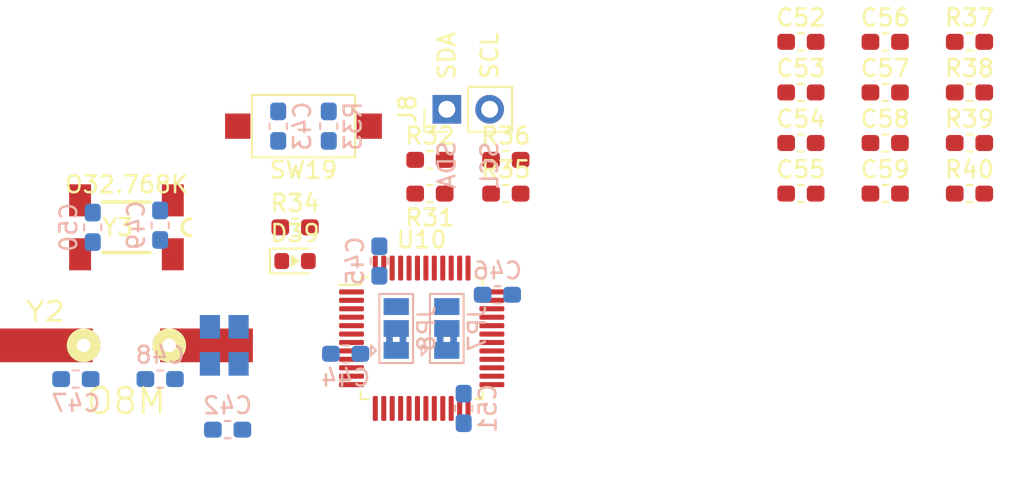
<source format=kicad_pcb>
(kicad_pcb (version 20171130) (host pcbnew 5.1.2-f72e74a~84~ubuntu18.04.1)

  (general
    (thickness 1.6)
    (drawings 0)
    (tracks 0)
    (zones 0)
    (modules 36)
    (nets 16)
  )

  (page A4)
  (layers
    (0 F.Cu signal)
    (31 B.Cu signal)
    (32 B.Adhes user)
    (33 F.Adhes user)
    (34 B.Paste user)
    (35 F.Paste user)
    (36 B.SilkS user)
    (37 F.SilkS user)
    (38 B.Mask user)
    (39 F.Mask user)
    (40 Dwgs.User user)
    (41 Cmts.User user)
    (42 Eco1.User user)
    (43 Eco2.User user)
    (44 Edge.Cuts user)
    (45 Margin user)
    (46 B.CrtYd user)
    (47 F.CrtYd user)
    (48 B.Fab user)
    (49 F.Fab user)
  )

  (setup
    (last_trace_width 0.25)
    (trace_clearance 0.2)
    (zone_clearance 0.508)
    (zone_45_only no)
    (trace_min 0.2)
    (via_size 0.8)
    (via_drill 0.4)
    (via_min_size 0.4)
    (via_min_drill 0.3)
    (uvia_size 0.3)
    (uvia_drill 0.1)
    (uvias_allowed no)
    (uvia_min_size 0.2)
    (uvia_min_drill 0.1)
    (edge_width 0.1)
    (segment_width 0.2)
    (pcb_text_width 0.3)
    (pcb_text_size 1.5 1.5)
    (mod_edge_width 0.15)
    (mod_text_size 1 1)
    (mod_text_width 0.15)
    (pad_size 1.524 1.524)
    (pad_drill 0.762)
    (pad_to_mask_clearance 0)
    (aux_axis_origin 0 0)
    (visible_elements FFFFFF7F)
    (pcbplotparams
      (layerselection 0x010fc_ffffffff)
      (usegerberextensions false)
      (usegerberattributes false)
      (usegerberadvancedattributes false)
      (creategerberjobfile false)
      (excludeedgelayer true)
      (linewidth 0.100000)
      (plotframeref false)
      (viasonmask false)
      (mode 1)
      (useauxorigin false)
      (hpglpennumber 1)
      (hpglpenspeed 20)
      (hpglpendiameter 15.000000)
      (psnegative false)
      (psa4output false)
      (plotreference true)
      (plotvalue true)
      (plotinvisibletext false)
      (padsonsilk false)
      (subtractmaskfromsilk false)
      (outputformat 1)
      (mirror false)
      (drillshape 1)
      (scaleselection 1)
      (outputdirectory ""))
  )

  (net 0 "")
  (net 1 GND)
  (net 2 /RESET)
  (net 3 Vstm32)
  (net 4 /OSC_P)
  (net 5 /OSC_N)
  (net 6 /OSC32K_P)
  (net 7 /OSC32K_N)
  (net 8 /PC13)
  (net 9 "Net-(D39-Pad1)")
  (net 10 /SCL)
  (net 11 /SDA)
  (net 12 "Net-(JP7-Pad2)")
  (net 13 "Net-(JP8-Pad2)")
  (net 14 /BOOT0)
  (net 15 /BOOT1)

  (net_class Default "This is the default net class."
    (clearance 0.2)
    (trace_width 0.25)
    (via_dia 0.8)
    (via_drill 0.4)
    (uvia_dia 0.3)
    (uvia_drill 0.1)
    (add_net +3V3)
    (add_net /BOOT0)
    (add_net /BOOT1)
    (add_net /BUZZER)
    (add_net /COL1)
    (add_net /COL2)
    (add_net /COL3)
    (add_net /OSC32K_N)
    (add_net /OSC32K_P)
    (add_net /OSC_N)
    (add_net /OSC_P)
    (add_net /PA15)
    (add_net /PC13)
    (add_net /RESET)
    (add_net /ROT_ENC_A1)
    (add_net /ROT_ENC_A2)
    (add_net /ROT_ENC_B1)
    (add_net /ROT_ENC_B2)
    (add_net /ROT_ENC_SW1)
    (add_net /ROT_ENC_SW2)
    (add_net /ROW1)
    (add_net /ROW2)
    (add_net /ROW3)
    (add_net /ROW4)
    (add_net /SCL)
    (add_net /SDA)
    (add_net /SWCLK)
    (add_net /SWDIO)
    (add_net /TTL_RX)
    (add_net /TTL_TX)
    (add_net /USB_N)
    (add_net /USB_P)
    (add_net /USR_BTN1)
    (add_net /USR_BTN2)
    (add_net /USR_BTN3)
    (add_net /USR_BTN4)
    (add_net /USR_STA1)
    (add_net /USR_STA2)
    (add_net /USR_STA3)
    (add_net /WS2812_OUT)
    (add_net GND)
    (add_net "Net-(C52-Pad1)")
    (add_net "Net-(C52-Pad2)")
    (add_net "Net-(C53-Pad1)")
    (add_net "Net-(C53-Pad2)")
    (add_net "Net-(C54-Pad1)")
    (add_net "Net-(C54-Pad2)")
    (add_net "Net-(C55-Pad1)")
    (add_net "Net-(C55-Pad2)")
    (add_net "Net-(C56-Pad1)")
    (add_net "Net-(C56-Pad2)")
    (add_net "Net-(C57-Pad1)")
    (add_net "Net-(C57-Pad2)")
    (add_net "Net-(C58-Pad1)")
    (add_net "Net-(C58-Pad2)")
    (add_net "Net-(C59-Pad1)")
    (add_net "Net-(C59-Pad2)")
    (add_net "Net-(D39-Pad1)")
    (add_net "Net-(JP7-Pad2)")
    (add_net "Net-(JP8-Pad2)")
    (add_net "Net-(R37-Pad1)")
    (add_net "Net-(R37-Pad2)")
    (add_net "Net-(R38-Pad1)")
    (add_net "Net-(R38-Pad2)")
    (add_net "Net-(R39-Pad1)")
    (add_net "Net-(R39-Pad2)")
    (add_net "Net-(R40-Pad1)")
    (add_net "Net-(R40-Pad2)")
    (add_net Vstm32)
  )

  (module footprint-lib:LED_0603_1608Metric (layer F.Cu) (tedit 5CE3E319) (tstamp 5CF48784)
    (at 18 26)
    (descr "LED SMD 0603 (1608 Metric), square (rectangular) end terminal, IPC_7351 nominal, (Body size source: http://www.tortai-tech.com/upload/download/2011102023233369053.pdf), generated with kicad-footprint-generator")
    (tags diode)
    (path /5BDD943F)
    (attr smd)
    (fp_text reference D39 (at 0 -1.65) (layer F.SilkS)
      (effects (font (size 1 1) (thickness 0.15)))
    )
    (fp_text value PC13 (at 0 1.65) (layer F.Fab)
      (effects (font (size 1 1) (thickness 0.15)))
    )
    (fp_line (start 0.1 0) (end -0.1 0) (layer F.SilkS) (width 0.2))
    (fp_line (start -0.05 0.1) (end -0.05 -0.1) (layer F.SilkS) (width 0.1))
    (fp_line (start -0.2 -0.3) (end -0.2 0.3) (layer F.SilkS) (width 0.1))
    (fp_line (start 0.2 0) (end -0.2 -0.3) (layer F.SilkS) (width 0.1))
    (fp_line (start -0.1 -0.2) (end -0.1 0.2) (layer F.SilkS) (width 0.1))
    (fp_line (start -0.2 0.3) (end 0.2 0) (layer F.SilkS) (width 0.1))
    (fp_line (start 0.8 -0.4) (end -0.5 -0.4) (layer F.Fab) (width 0.1))
    (fp_line (start -0.5 -0.4) (end -0.8 -0.1) (layer F.Fab) (width 0.1))
    (fp_line (start -0.8 -0.1) (end -0.8 0.4) (layer F.Fab) (width 0.1))
    (fp_line (start -0.8 0.4) (end 0.8 0.4) (layer F.Fab) (width 0.1))
    (fp_line (start 0.8 0.4) (end 0.8 -0.4) (layer F.Fab) (width 0.1))
    (fp_line (start 0.8 -0.735) (end -1.485 -0.735) (layer F.SilkS) (width 0.12))
    (fp_line (start -1.485 -0.735) (end -1.485 0.735) (layer F.SilkS) (width 0.12))
    (fp_line (start -1.485 0.735) (end 0.8 0.735) (layer F.SilkS) (width 0.12))
    (fp_line (start -1.48 0.73) (end -1.48 -0.73) (layer F.CrtYd) (width 0.05))
    (fp_line (start -1.48 -0.73) (end 1.48 -0.73) (layer F.CrtYd) (width 0.05))
    (fp_line (start 1.48 -0.73) (end 1.48 0.73) (layer F.CrtYd) (width 0.05))
    (fp_line (start 1.48 0.73) (end -1.48 0.73) (layer F.CrtYd) (width 0.05))
    (fp_text user %R (at 0 0) (layer F.Fab)
      (effects (font (size 0.5 0.5) (thickness 0.08)))
    )
    (pad 1 smd roundrect (at -0.7875 0) (size 0.875 0.95) (layers F.Cu F.Paste F.Mask) (roundrect_rratio 0.25)
      (net 9 "Net-(D39-Pad1)"))
    (pad 2 smd roundrect (at 0.7875 0) (size 0.875 0.95) (layers F.Cu F.Paste F.Mask) (roundrect_rratio 0.25)
      (net 8 /PC13))
    (model ${KISYS3DMOD}/LED_SMD.3dshapes/LED_0603_1608Metric.wrl
      (at (xyz 0 0 0))
      (scale (xyz 1 1 1))
      (rotate (xyz 0 0 0))
    )
  )

  (module footprint-lib:MC-306 (layer F.Cu) (tedit 5CD43AA7) (tstamp 5CF4890F)
    (at 8 24 180)
    (descr "<b>MC-306 CRYSTAL UNIT</b><p>Source: MC-306_405_406_E07X.PDF")
    (path /5BCBF11C)
    (attr smd)
    (fp_text reference Y3 (at 0.508 0) (layer F.SilkS)
      (effects (font (size 1 1) (thickness 0.15)))
    )
    (fp_text value O32.768K (at 0 2.54) (layer F.SilkS)
      (effects (font (size 1 1) (thickness 0.15)))
    )
    (fp_arc (start -3.8 0) (end -3.8 0.5) (angle -180) (layer F.SilkS) (width 0.2032))
    (fp_line (start 1.4 1.5) (end -1.4 1.5) (layer F.SilkS) (width 0.2032))
    (fp_line (start -1.4 -1.5) (end 1.4 -1.5) (layer F.SilkS) (width 0.2032))
    (fp_line (start 3.9 1.5) (end -3.9 1.5) (layer Dwgs.User) (width 0.2032))
    (fp_line (start -3.9 -1.5) (end 3.9 -1.5) (layer Dwgs.User) (width 0.2032))
    (pad 4 smd rect (at -2.75 -1.6) (size 1.3 1.9) (layers F.Cu F.Paste F.Mask))
    (pad 3 smd rect (at 2.75 -1.6) (size 1.3 1.9) (layers F.Cu F.Paste F.Mask))
    (pad 2 smd rect (at 2.75 1.6 180) (size 1.3 1.9) (layers F.Cu F.Paste F.Mask)
      (net 7 /OSC32K_N))
    (pad 1 smd rect (at -2.75 1.6 180) (size 1.3 1.9) (layers F.Cu F.Paste F.Mask)
      (net 6 /OSC32K_P))
    (model /home/logic/_workspace/kicad/kicad_library/kicad-packages3d/Crystal_SMD_SeikoEpson_MC306-4pin_8.0x3.2mm.wrl
      (at (xyz 0 0 0))
      (scale (xyz 1 1 1))
      (rotate (xyz 0 0 0))
    )
    (model /home/logic/_workspace/kicad/kicad_library/kicad-packages3d/Crystal_SMD_SeikoEpson_MC306-4pin_8.0x3.2mm_HandSoldering.wrl
      (at (xyz 0 0 0))
      (scale (xyz 1 1 1))
      (rotate (xyz 0 0 0))
    )
  )

  (module footprint-lib:osc_debug locked (layer F.Cu) (tedit 5CE11483) (tstamp 5CF48902)
    (at 8 31)
    (descr "Crystal, HC-49/SMD, 3225")
    (tags "QUARTZ HC-49 SMD 3225")
    (path /5BCC6C8D)
    (autoplace_cost180 10)
    (fp_text reference Y2 (at -4.8 -2 180) (layer F.SilkS)
      (effects (font (size 1.143 1.27) (thickness 0.1524)))
    )
    (fp_text value O8M (at 0 3.302) (layer F.SilkS)
      (effects (font (size 1.5 1.5) (thickness 0.15)))
    )
    (fp_arc (start -3.302 0) (end -5.588 0) (angle 90) (layer Dwgs.User) (width 0.254))
    (fp_arc (start -3.302 0) (end -3.302 2.286) (angle 90) (layer Dwgs.User) (width 0.254))
    (fp_line (start -3.302 -2.286) (end 3.302 -2.286) (layer Dwgs.User) (width 0.254))
    (fp_line (start 3.302 2.286) (end -3.302 2.286) (layer Dwgs.User) (width 0.254))
    (fp_arc (start 3.302 0) (end 5.588 0) (angle 90) (layer Dwgs.User) (width 0.254))
    (fp_arc (start -3.302 0) (end -5.08 0) (angle 90) (layer Dwgs.User) (width 0.254))
    (fp_arc (start -3.302 0) (end -3.302 1.778) (angle 90) (layer Dwgs.User) (width 0.254))
    (fp_arc (start 3.302 0) (end 3.302 -1.778) (angle 90) (layer Dwgs.User) (width 0.254))
    (fp_arc (start 3.302 0) (end 5.08 0) (angle 90) (layer Dwgs.User) (width 0.254))
    (fp_line (start 3.302 -1.778) (end -3.302 -1.778) (layer Dwgs.User) (width 0.254))
    (fp_line (start -3.302 1.778) (end 3.302 1.778) (layer Dwgs.User) (width 0.254))
    (fp_arc (start 3.302 0) (end 3.302 -2.286) (angle 90) (layer Dwgs.User) (width 0.254))
    (fp_line (start 5.79882 -2.49936) (end -5.79882 -2.49936) (layer Dwgs.User) (width 0.29972))
    (fp_line (start 5.79882 2.49936) (end 5.79882 -2.49936) (layer Dwgs.User) (width 0.29972))
    (fp_line (start -5.79882 2.49936) (end 5.79882 2.49936) (layer Dwgs.User) (width 0.29972))
    (fp_line (start -5.79882 -2.49936) (end -5.79882 2.49936) (layer Dwgs.User) (width 0.29972))
    (pad 4 smd rect (at 6.65 1.1 270) (size 1.4 1.2) (layers B.Cu B.Paste B.Mask))
    (pad 1 smd rect (at 6.65 -1.1 270) (size 1.4 1.2) (layers B.Cu B.Paste B.Mask)
      (net 4 /OSC_P))
    (pad 2 smd rect (at 4.95 1.1 270) (size 1.4 1.2) (layers B.Cu B.Paste B.Mask)
      (net 1 GND))
    (pad 3 smd rect (at 4.95 -1.1 270) (size 1.4 1.2) (layers B.Cu B.Paste B.Mask)
      (net 5 /OSC_N))
    (pad 2 thru_hole circle (at 2.54 0) (size 1.99898 1.99898) (drill 0.8001) (layers *.Cu *.Mask F.SilkS)
      (net 1 GND))
    (pad 1 thru_hole circle (at -2.54 0) (size 1.99898 1.99898) (drill 0.8001) (layers *.Cu *.Mask F.SilkS)
      (net 4 /OSC_P))
    (pad 2 smd rect (at 4.7498 0) (size 5.4991 1.99898) (layers F.Cu F.Paste F.Mask)
      (net 1 GND))
    (pad 1 smd rect (at -4.7498 0) (size 5.4991 1.99898) (layers F.Cu F.Paste F.Mask)
      (net 4 /OSC_P))
    (model ${HOME}/_workspace/kicad/kicad_library/smisioto-footprints/modules/packages3d/walter/crystal/crystal_hc-49-smd.wrl
      (at (xyz 0 0 0))
      (scale (xyz 1 1 1))
      (rotate (xyz 0 0 0))
    )
  )

  (module Package_QFP:LQFP-48_7x7mm_P0.5mm (layer F.Cu) (tedit 5C18330E) (tstamp 5CF488E6)
    (at 25.51 30.58)
    (descr "LQFP, 48 Pin (https://www.analog.com/media/en/technical-documentation/data-sheets/ltc2358-16.pdf), generated with kicad-footprint-generator ipc_gullwing_generator.py")
    (tags "LQFP QFP")
    (path /5BCB9005)
    (attr smd)
    (fp_text reference U10 (at 0 -5.85) (layer F.SilkS)
      (effects (font (size 1 1) (thickness 0.15)))
    )
    (fp_text value STM32F103C8T6 (at 0 5.85) (layer F.Fab)
      (effects (font (size 1 1) (thickness 0.15)))
    )
    (fp_text user %R (at 0 0) (layer F.Fab)
      (effects (font (size 1 1) (thickness 0.15)))
    )
    (fp_line (start 5.15 3.15) (end 5.15 0) (layer F.CrtYd) (width 0.05))
    (fp_line (start 3.75 3.15) (end 5.15 3.15) (layer F.CrtYd) (width 0.05))
    (fp_line (start 3.75 3.75) (end 3.75 3.15) (layer F.CrtYd) (width 0.05))
    (fp_line (start 3.15 3.75) (end 3.75 3.75) (layer F.CrtYd) (width 0.05))
    (fp_line (start 3.15 5.15) (end 3.15 3.75) (layer F.CrtYd) (width 0.05))
    (fp_line (start 0 5.15) (end 3.15 5.15) (layer F.CrtYd) (width 0.05))
    (fp_line (start -5.15 3.15) (end -5.15 0) (layer F.CrtYd) (width 0.05))
    (fp_line (start -3.75 3.15) (end -5.15 3.15) (layer F.CrtYd) (width 0.05))
    (fp_line (start -3.75 3.75) (end -3.75 3.15) (layer F.CrtYd) (width 0.05))
    (fp_line (start -3.15 3.75) (end -3.75 3.75) (layer F.CrtYd) (width 0.05))
    (fp_line (start -3.15 5.15) (end -3.15 3.75) (layer F.CrtYd) (width 0.05))
    (fp_line (start 0 5.15) (end -3.15 5.15) (layer F.CrtYd) (width 0.05))
    (fp_line (start 5.15 -3.15) (end 5.15 0) (layer F.CrtYd) (width 0.05))
    (fp_line (start 3.75 -3.15) (end 5.15 -3.15) (layer F.CrtYd) (width 0.05))
    (fp_line (start 3.75 -3.75) (end 3.75 -3.15) (layer F.CrtYd) (width 0.05))
    (fp_line (start 3.15 -3.75) (end 3.75 -3.75) (layer F.CrtYd) (width 0.05))
    (fp_line (start 3.15 -5.15) (end 3.15 -3.75) (layer F.CrtYd) (width 0.05))
    (fp_line (start 0 -5.15) (end 3.15 -5.15) (layer F.CrtYd) (width 0.05))
    (fp_line (start -5.15 -3.15) (end -5.15 0) (layer F.CrtYd) (width 0.05))
    (fp_line (start -3.75 -3.15) (end -5.15 -3.15) (layer F.CrtYd) (width 0.05))
    (fp_line (start -3.75 -3.75) (end -3.75 -3.15) (layer F.CrtYd) (width 0.05))
    (fp_line (start -3.15 -3.75) (end -3.75 -3.75) (layer F.CrtYd) (width 0.05))
    (fp_line (start -3.15 -5.15) (end -3.15 -3.75) (layer F.CrtYd) (width 0.05))
    (fp_line (start 0 -5.15) (end -3.15 -5.15) (layer F.CrtYd) (width 0.05))
    (fp_line (start -3.5 -2.5) (end -2.5 -3.5) (layer F.Fab) (width 0.1))
    (fp_line (start -3.5 3.5) (end -3.5 -2.5) (layer F.Fab) (width 0.1))
    (fp_line (start 3.5 3.5) (end -3.5 3.5) (layer F.Fab) (width 0.1))
    (fp_line (start 3.5 -3.5) (end 3.5 3.5) (layer F.Fab) (width 0.1))
    (fp_line (start -2.5 -3.5) (end 3.5 -3.5) (layer F.Fab) (width 0.1))
    (fp_line (start -3.61 -3.16) (end -4.9 -3.16) (layer F.SilkS) (width 0.12))
    (fp_line (start -3.61 -3.61) (end -3.61 -3.16) (layer F.SilkS) (width 0.12))
    (fp_line (start -3.16 -3.61) (end -3.61 -3.61) (layer F.SilkS) (width 0.12))
    (fp_line (start 3.61 -3.61) (end 3.61 -3.16) (layer F.SilkS) (width 0.12))
    (fp_line (start 3.16 -3.61) (end 3.61 -3.61) (layer F.SilkS) (width 0.12))
    (fp_line (start -3.61 3.61) (end -3.61 3.16) (layer F.SilkS) (width 0.12))
    (fp_line (start -3.16 3.61) (end -3.61 3.61) (layer F.SilkS) (width 0.12))
    (fp_line (start 3.61 3.61) (end 3.61 3.16) (layer F.SilkS) (width 0.12))
    (fp_line (start 3.16 3.61) (end 3.61 3.61) (layer F.SilkS) (width 0.12))
    (pad 48 smd roundrect (at -2.75 -4.1625) (size 0.3 1.475) (layers F.Cu F.Paste F.Mask) (roundrect_rratio 0.25)
      (net 3 Vstm32))
    (pad 47 smd roundrect (at -2.25 -4.1625) (size 0.3 1.475) (layers F.Cu F.Paste F.Mask) (roundrect_rratio 0.25)
      (net 1 GND))
    (pad 46 smd roundrect (at -1.75 -4.1625) (size 0.3 1.475) (layers F.Cu F.Paste F.Mask) (roundrect_rratio 0.25))
    (pad 45 smd roundrect (at -1.25 -4.1625) (size 0.3 1.475) (layers F.Cu F.Paste F.Mask) (roundrect_rratio 0.25))
    (pad 44 smd roundrect (at -0.75 -4.1625) (size 0.3 1.475) (layers F.Cu F.Paste F.Mask) (roundrect_rratio 0.25)
      (net 14 /BOOT0))
    (pad 43 smd roundrect (at -0.25 -4.1625) (size 0.3 1.475) (layers F.Cu F.Paste F.Mask) (roundrect_rratio 0.25)
      (net 11 /SDA))
    (pad 42 smd roundrect (at 0.25 -4.1625) (size 0.3 1.475) (layers F.Cu F.Paste F.Mask) (roundrect_rratio 0.25)
      (net 10 /SCL))
    (pad 41 smd roundrect (at 0.75 -4.1625) (size 0.3 1.475) (layers F.Cu F.Paste F.Mask) (roundrect_rratio 0.25))
    (pad 40 smd roundrect (at 1.25 -4.1625) (size 0.3 1.475) (layers F.Cu F.Paste F.Mask) (roundrect_rratio 0.25))
    (pad 39 smd roundrect (at 1.75 -4.1625) (size 0.3 1.475) (layers F.Cu F.Paste F.Mask) (roundrect_rratio 0.25))
    (pad 38 smd roundrect (at 2.25 -4.1625) (size 0.3 1.475) (layers F.Cu F.Paste F.Mask) (roundrect_rratio 0.25))
    (pad 37 smd roundrect (at 2.75 -4.1625) (size 0.3 1.475) (layers F.Cu F.Paste F.Mask) (roundrect_rratio 0.25))
    (pad 36 smd roundrect (at 4.1625 -2.75) (size 1.475 0.3) (layers F.Cu F.Paste F.Mask) (roundrect_rratio 0.25)
      (net 3 Vstm32))
    (pad 35 smd roundrect (at 4.1625 -2.25) (size 1.475 0.3) (layers F.Cu F.Paste F.Mask) (roundrect_rratio 0.25)
      (net 1 GND))
    (pad 34 smd roundrect (at 4.1625 -1.75) (size 1.475 0.3) (layers F.Cu F.Paste F.Mask) (roundrect_rratio 0.25))
    (pad 33 smd roundrect (at 4.1625 -1.25) (size 1.475 0.3) (layers F.Cu F.Paste F.Mask) (roundrect_rratio 0.25))
    (pad 32 smd roundrect (at 4.1625 -0.75) (size 1.475 0.3) (layers F.Cu F.Paste F.Mask) (roundrect_rratio 0.25))
    (pad 31 smd roundrect (at 4.1625 -0.25) (size 1.475 0.3) (layers F.Cu F.Paste F.Mask) (roundrect_rratio 0.25))
    (pad 30 smd roundrect (at 4.1625 0.25) (size 1.475 0.3) (layers F.Cu F.Paste F.Mask) (roundrect_rratio 0.25))
    (pad 29 smd roundrect (at 4.1625 0.75) (size 1.475 0.3) (layers F.Cu F.Paste F.Mask) (roundrect_rratio 0.25))
    (pad 28 smd roundrect (at 4.1625 1.25) (size 1.475 0.3) (layers F.Cu F.Paste F.Mask) (roundrect_rratio 0.25))
    (pad 27 smd roundrect (at 4.1625 1.75) (size 1.475 0.3) (layers F.Cu F.Paste F.Mask) (roundrect_rratio 0.25))
    (pad 26 smd roundrect (at 4.1625 2.25) (size 1.475 0.3) (layers F.Cu F.Paste F.Mask) (roundrect_rratio 0.25))
    (pad 25 smd roundrect (at 4.1625 2.75) (size 1.475 0.3) (layers F.Cu F.Paste F.Mask) (roundrect_rratio 0.25))
    (pad 24 smd roundrect (at 2.75 4.1625) (size 0.3 1.475) (layers F.Cu F.Paste F.Mask) (roundrect_rratio 0.25)
      (net 3 Vstm32))
    (pad 23 smd roundrect (at 2.25 4.1625) (size 0.3 1.475) (layers F.Cu F.Paste F.Mask) (roundrect_rratio 0.25)
      (net 1 GND))
    (pad 22 smd roundrect (at 1.75 4.1625) (size 0.3 1.475) (layers F.Cu F.Paste F.Mask) (roundrect_rratio 0.25))
    (pad 21 smd roundrect (at 1.25 4.1625) (size 0.3 1.475) (layers F.Cu F.Paste F.Mask) (roundrect_rratio 0.25))
    (pad 20 smd roundrect (at 0.75 4.1625) (size 0.3 1.475) (layers F.Cu F.Paste F.Mask) (roundrect_rratio 0.25)
      (net 15 /BOOT1))
    (pad 19 smd roundrect (at 0.25 4.1625) (size 0.3 1.475) (layers F.Cu F.Paste F.Mask) (roundrect_rratio 0.25))
    (pad 18 smd roundrect (at -0.25 4.1625) (size 0.3 1.475) (layers F.Cu F.Paste F.Mask) (roundrect_rratio 0.25))
    (pad 17 smd roundrect (at -0.75 4.1625) (size 0.3 1.475) (layers F.Cu F.Paste F.Mask) (roundrect_rratio 0.25))
    (pad 16 smd roundrect (at -1.25 4.1625) (size 0.3 1.475) (layers F.Cu F.Paste F.Mask) (roundrect_rratio 0.25))
    (pad 15 smd roundrect (at -1.75 4.1625) (size 0.3 1.475) (layers F.Cu F.Paste F.Mask) (roundrect_rratio 0.25))
    (pad 14 smd roundrect (at -2.25 4.1625) (size 0.3 1.475) (layers F.Cu F.Paste F.Mask) (roundrect_rratio 0.25))
    (pad 13 smd roundrect (at -2.75 4.1625) (size 0.3 1.475) (layers F.Cu F.Paste F.Mask) (roundrect_rratio 0.25))
    (pad 12 smd roundrect (at -4.1625 2.75) (size 1.475 0.3) (layers F.Cu F.Paste F.Mask) (roundrect_rratio 0.25))
    (pad 11 smd roundrect (at -4.1625 2.25) (size 1.475 0.3) (layers F.Cu F.Paste F.Mask) (roundrect_rratio 0.25))
    (pad 10 smd roundrect (at -4.1625 1.75) (size 1.475 0.3) (layers F.Cu F.Paste F.Mask) (roundrect_rratio 0.25))
    (pad 9 smd roundrect (at -4.1625 1.25) (size 1.475 0.3) (layers F.Cu F.Paste F.Mask) (roundrect_rratio 0.25)
      (net 3 Vstm32))
    (pad 8 smd roundrect (at -4.1625 0.75) (size 1.475 0.3) (layers F.Cu F.Paste F.Mask) (roundrect_rratio 0.25)
      (net 1 GND))
    (pad 7 smd roundrect (at -4.1625 0.25) (size 1.475 0.3) (layers F.Cu F.Paste F.Mask) (roundrect_rratio 0.25)
      (net 2 /RESET))
    (pad 6 smd roundrect (at -4.1625 -0.25) (size 1.475 0.3) (layers F.Cu F.Paste F.Mask) (roundrect_rratio 0.25)
      (net 5 /OSC_N))
    (pad 5 smd roundrect (at -4.1625 -0.75) (size 1.475 0.3) (layers F.Cu F.Paste F.Mask) (roundrect_rratio 0.25)
      (net 4 /OSC_P))
    (pad 4 smd roundrect (at -4.1625 -1.25) (size 1.475 0.3) (layers F.Cu F.Paste F.Mask) (roundrect_rratio 0.25)
      (net 7 /OSC32K_N))
    (pad 3 smd roundrect (at -4.1625 -1.75) (size 1.475 0.3) (layers F.Cu F.Paste F.Mask) (roundrect_rratio 0.25)
      (net 6 /OSC32K_P))
    (pad 2 smd roundrect (at -4.1625 -2.25) (size 1.475 0.3) (layers F.Cu F.Paste F.Mask) (roundrect_rratio 0.25)
      (net 8 /PC13))
    (pad 1 smd roundrect (at -4.1625 -2.75) (size 1.475 0.3) (layers F.Cu F.Paste F.Mask) (roundrect_rratio 0.25)
      (net 3 Vstm32))
    (model ${KISYS3DMOD}/Package_QFP.3dshapes/LQFP-48_7x7mm_P0.5mm.wrl
      (at (xyz 0 0 0))
      (scale (xyz 1 1 1))
      (rotate (xyz 0 0 0))
    )
  )

  (module footprint-lib:SW_SPST_CK_RS282G05A3 (layer F.Cu) (tedit 5A7A67D2) (tstamp 5CF4888B)
    (at 18.5 18 180)
    (descr https://www.mouser.com/ds/2/60/RS-282G05A-SM_RT-1159762.pdf)
    (tags "SPST button tactile switch")
    (path /5D5B9C66)
    (attr smd)
    (fp_text reference SW19 (at 0 -2.6) (layer F.SilkS)
      (effects (font (size 1 1) (thickness 0.15)))
    )
    (fp_text value SW_RESET,2_leg,SMD (at 0 3) (layer F.Fab)
      (effects (font (size 1 1) (thickness 0.15)))
    )
    (fp_line (start 3 -1.8) (end 3 1.8) (layer F.Fab) (width 0.1))
    (fp_line (start -3 -1.8) (end -3 1.8) (layer F.Fab) (width 0.1))
    (fp_line (start -3 -1.8) (end 3 -1.8) (layer F.Fab) (width 0.1))
    (fp_line (start -3 1.8) (end 3 1.8) (layer F.Fab) (width 0.1))
    (fp_line (start -1.5 -0.8) (end -1.5 0.8) (layer F.Fab) (width 0.1))
    (fp_line (start 1.5 -0.8) (end 1.5 0.8) (layer F.Fab) (width 0.1))
    (fp_line (start -1.5 -0.8) (end 1.5 -0.8) (layer F.Fab) (width 0.1))
    (fp_line (start -1.5 0.8) (end 1.5 0.8) (layer F.Fab) (width 0.1))
    (fp_line (start -3.06 1.85) (end -3.06 -1.85) (layer F.SilkS) (width 0.12))
    (fp_line (start 3.06 1.85) (end -3.06 1.85) (layer F.SilkS) (width 0.12))
    (fp_line (start 3.06 -1.85) (end 3.06 1.85) (layer F.SilkS) (width 0.12))
    (fp_line (start -3.06 -1.85) (end 3.06 -1.85) (layer F.SilkS) (width 0.12))
    (fp_line (start -1.75 1) (end -1.75 -1) (layer F.Fab) (width 0.1))
    (fp_line (start 1.75 1) (end -1.75 1) (layer F.Fab) (width 0.1))
    (fp_line (start 1.75 -1) (end 1.75 1) (layer F.Fab) (width 0.1))
    (fp_line (start -1.75 -1) (end 1.75 -1) (layer F.Fab) (width 0.1))
    (fp_text user %R (at 0 -2.6) (layer F.Fab)
      (effects (font (size 1 1) (thickness 0.15)))
    )
    (fp_line (start -4.9 -2.05) (end 4.9 -2.05) (layer F.CrtYd) (width 0.05))
    (fp_line (start 4.9 -2.05) (end 4.9 2.05) (layer F.CrtYd) (width 0.05))
    (fp_line (start 4.9 2.05) (end -4.9 2.05) (layer F.CrtYd) (width 0.05))
    (fp_line (start -4.9 2.05) (end -4.9 -2.05) (layer F.CrtYd) (width 0.05))
    (pad 2 smd rect (at 3.9 0 180) (size 1.5 1.5) (layers F.Cu F.Paste F.Mask)
      (net 2 /RESET))
    (pad 1 smd rect (at -3.9 0 180) (size 1.5 1.5) (layers F.Cu F.Paste F.Mask)
      (net 1 GND))
    (model ${KISYS3DMOD}/Button_Switch_SMD.3dshapes/SW_SPST_CK_RS282G05A3.wrl
      (at (xyz 0 0 0))
      (scale (xyz 1 1 1))
      (rotate (xyz 0 0 0))
    )
  )

  (module Resistor_SMD:R_0603_1608Metric_Pad1.05x0.95mm_HandSolder (layer F.Cu) (tedit 5B301BBD) (tstamp 5CF48870)
    (at 58 22)
    (descr "Resistor SMD 0603 (1608 Metric), square (rectangular) end terminal, IPC_7351 nominal with elongated pad for handsoldering. (Body size source: http://www.tortai-tech.com/upload/download/2011102023233369053.pdf), generated with kicad-footprint-generator")
    (tags "resistor handsolder")
    (path /5D08693F)
    (attr smd)
    (fp_text reference R40 (at 0 -1.43) (layer F.SilkS)
      (effects (font (size 1 1) (thickness 0.15)))
    )
    (fp_text value R0,0603 (at 0 1.43) (layer F.Fab)
      (effects (font (size 1 1) (thickness 0.15)))
    )
    (fp_text user %R (at 0 0) (layer F.Fab)
      (effects (font (size 0.4 0.4) (thickness 0.06)))
    )
    (fp_line (start 1.65 0.73) (end -1.65 0.73) (layer F.CrtYd) (width 0.05))
    (fp_line (start 1.65 -0.73) (end 1.65 0.73) (layer F.CrtYd) (width 0.05))
    (fp_line (start -1.65 -0.73) (end 1.65 -0.73) (layer F.CrtYd) (width 0.05))
    (fp_line (start -1.65 0.73) (end -1.65 -0.73) (layer F.CrtYd) (width 0.05))
    (fp_line (start -0.171267 0.51) (end 0.171267 0.51) (layer F.SilkS) (width 0.12))
    (fp_line (start -0.171267 -0.51) (end 0.171267 -0.51) (layer F.SilkS) (width 0.12))
    (fp_line (start 0.8 0.4) (end -0.8 0.4) (layer F.Fab) (width 0.1))
    (fp_line (start 0.8 -0.4) (end 0.8 0.4) (layer F.Fab) (width 0.1))
    (fp_line (start -0.8 -0.4) (end 0.8 -0.4) (layer F.Fab) (width 0.1))
    (fp_line (start -0.8 0.4) (end -0.8 -0.4) (layer F.Fab) (width 0.1))
    (pad 2 smd roundrect (at 0.875 0) (size 1.05 0.95) (layers F.Cu F.Paste F.Mask) (roundrect_rratio 0.25))
    (pad 1 smd roundrect (at -0.875 0) (size 1.05 0.95) (layers F.Cu F.Paste F.Mask) (roundrect_rratio 0.25))
    (model ${KISYS3DMOD}/Resistor_SMD.3dshapes/R_0603_1608Metric.wrl
      (at (xyz 0 0 0))
      (scale (xyz 1 1 1))
      (rotate (xyz 0 0 0))
    )
  )

  (module Resistor_SMD:R_0603_1608Metric_Pad1.05x0.95mm_HandSolder (layer F.Cu) (tedit 5B301BBD) (tstamp 5CF4885F)
    (at 58 19)
    (descr "Resistor SMD 0603 (1608 Metric), square (rectangular) end terminal, IPC_7351 nominal with elongated pad for handsoldering. (Body size source: http://www.tortai-tech.com/upload/download/2011102023233369053.pdf), generated with kicad-footprint-generator")
    (tags "resistor handsolder")
    (path /5D086933)
    (attr smd)
    (fp_text reference R39 (at 0 -1.43) (layer F.SilkS)
      (effects (font (size 1 1) (thickness 0.15)))
    )
    (fp_text value R0,0603 (at 0 1.43) (layer F.Fab)
      (effects (font (size 1 1) (thickness 0.15)))
    )
    (fp_text user %R (at 0 0) (layer F.Fab)
      (effects (font (size 0.4 0.4) (thickness 0.06)))
    )
    (fp_line (start 1.65 0.73) (end -1.65 0.73) (layer F.CrtYd) (width 0.05))
    (fp_line (start 1.65 -0.73) (end 1.65 0.73) (layer F.CrtYd) (width 0.05))
    (fp_line (start -1.65 -0.73) (end 1.65 -0.73) (layer F.CrtYd) (width 0.05))
    (fp_line (start -1.65 0.73) (end -1.65 -0.73) (layer F.CrtYd) (width 0.05))
    (fp_line (start -0.171267 0.51) (end 0.171267 0.51) (layer F.SilkS) (width 0.12))
    (fp_line (start -0.171267 -0.51) (end 0.171267 -0.51) (layer F.SilkS) (width 0.12))
    (fp_line (start 0.8 0.4) (end -0.8 0.4) (layer F.Fab) (width 0.1))
    (fp_line (start 0.8 -0.4) (end 0.8 0.4) (layer F.Fab) (width 0.1))
    (fp_line (start -0.8 -0.4) (end 0.8 -0.4) (layer F.Fab) (width 0.1))
    (fp_line (start -0.8 0.4) (end -0.8 -0.4) (layer F.Fab) (width 0.1))
    (pad 2 smd roundrect (at 0.875 0) (size 1.05 0.95) (layers F.Cu F.Paste F.Mask) (roundrect_rratio 0.25))
    (pad 1 smd roundrect (at -0.875 0) (size 1.05 0.95) (layers F.Cu F.Paste F.Mask) (roundrect_rratio 0.25))
    (model ${KISYS3DMOD}/Resistor_SMD.3dshapes/R_0603_1608Metric.wrl
      (at (xyz 0 0 0))
      (scale (xyz 1 1 1))
      (rotate (xyz 0 0 0))
    )
  )

  (module Resistor_SMD:R_0603_1608Metric_Pad1.05x0.95mm_HandSolder (layer F.Cu) (tedit 5B301BBD) (tstamp 5CF4884E)
    (at 58 16)
    (descr "Resistor SMD 0603 (1608 Metric), square (rectangular) end terminal, IPC_7351 nominal with elongated pad for handsoldering. (Body size source: http://www.tortai-tech.com/upload/download/2011102023233369053.pdf), generated with kicad-footprint-generator")
    (tags "resistor handsolder")
    (path /5D07FE67)
    (attr smd)
    (fp_text reference R38 (at 0 -1.43) (layer F.SilkS)
      (effects (font (size 1 1) (thickness 0.15)))
    )
    (fp_text value R0,0603 (at 0 1.43) (layer F.Fab)
      (effects (font (size 1 1) (thickness 0.15)))
    )
    (fp_text user %R (at 0 0) (layer F.Fab)
      (effects (font (size 0.4 0.4) (thickness 0.06)))
    )
    (fp_line (start 1.65 0.73) (end -1.65 0.73) (layer F.CrtYd) (width 0.05))
    (fp_line (start 1.65 -0.73) (end 1.65 0.73) (layer F.CrtYd) (width 0.05))
    (fp_line (start -1.65 -0.73) (end 1.65 -0.73) (layer F.CrtYd) (width 0.05))
    (fp_line (start -1.65 0.73) (end -1.65 -0.73) (layer F.CrtYd) (width 0.05))
    (fp_line (start -0.171267 0.51) (end 0.171267 0.51) (layer F.SilkS) (width 0.12))
    (fp_line (start -0.171267 -0.51) (end 0.171267 -0.51) (layer F.SilkS) (width 0.12))
    (fp_line (start 0.8 0.4) (end -0.8 0.4) (layer F.Fab) (width 0.1))
    (fp_line (start 0.8 -0.4) (end 0.8 0.4) (layer F.Fab) (width 0.1))
    (fp_line (start -0.8 -0.4) (end 0.8 -0.4) (layer F.Fab) (width 0.1))
    (fp_line (start -0.8 0.4) (end -0.8 -0.4) (layer F.Fab) (width 0.1))
    (pad 2 smd roundrect (at 0.875 0) (size 1.05 0.95) (layers F.Cu F.Paste F.Mask) (roundrect_rratio 0.25))
    (pad 1 smd roundrect (at -0.875 0) (size 1.05 0.95) (layers F.Cu F.Paste F.Mask) (roundrect_rratio 0.25))
    (model ${KISYS3DMOD}/Resistor_SMD.3dshapes/R_0603_1608Metric.wrl
      (at (xyz 0 0 0))
      (scale (xyz 1 1 1))
      (rotate (xyz 0 0 0))
    )
  )

  (module Resistor_SMD:R_0603_1608Metric_Pad1.05x0.95mm_HandSolder (layer F.Cu) (tedit 5B301BBD) (tstamp 5CF4883D)
    (at 58 13)
    (descr "Resistor SMD 0603 (1608 Metric), square (rectangular) end terminal, IPC_7351 nominal with elongated pad for handsoldering. (Body size source: http://www.tortai-tech.com/upload/download/2011102023233369053.pdf), generated with kicad-footprint-generator")
    (tags "resistor handsolder")
    (path /5D07447F)
    (attr smd)
    (fp_text reference R37 (at 0 -1.43) (layer F.SilkS)
      (effects (font (size 1 1) (thickness 0.15)))
    )
    (fp_text value R0,0603 (at 0 1.43) (layer F.Fab)
      (effects (font (size 1 1) (thickness 0.15)))
    )
    (fp_text user %R (at 0 0) (layer F.Fab)
      (effects (font (size 0.4 0.4) (thickness 0.06)))
    )
    (fp_line (start 1.65 0.73) (end -1.65 0.73) (layer F.CrtYd) (width 0.05))
    (fp_line (start 1.65 -0.73) (end 1.65 0.73) (layer F.CrtYd) (width 0.05))
    (fp_line (start -1.65 -0.73) (end 1.65 -0.73) (layer F.CrtYd) (width 0.05))
    (fp_line (start -1.65 0.73) (end -1.65 -0.73) (layer F.CrtYd) (width 0.05))
    (fp_line (start -0.171267 0.51) (end 0.171267 0.51) (layer F.SilkS) (width 0.12))
    (fp_line (start -0.171267 -0.51) (end 0.171267 -0.51) (layer F.SilkS) (width 0.12))
    (fp_line (start 0.8 0.4) (end -0.8 0.4) (layer F.Fab) (width 0.1))
    (fp_line (start 0.8 -0.4) (end 0.8 0.4) (layer F.Fab) (width 0.1))
    (fp_line (start -0.8 -0.4) (end 0.8 -0.4) (layer F.Fab) (width 0.1))
    (fp_line (start -0.8 0.4) (end -0.8 -0.4) (layer F.Fab) (width 0.1))
    (pad 2 smd roundrect (at 0.875 0) (size 1.05 0.95) (layers F.Cu F.Paste F.Mask) (roundrect_rratio 0.25))
    (pad 1 smd roundrect (at -0.875 0) (size 1.05 0.95) (layers F.Cu F.Paste F.Mask) (roundrect_rratio 0.25))
    (model ${KISYS3DMOD}/Resistor_SMD.3dshapes/R_0603_1608Metric.wrl
      (at (xyz 0 0 0))
      (scale (xyz 1 1 1))
      (rotate (xyz 0 0 0))
    )
  )

  (module Resistor_SMD:R_0603_1608Metric_Pad1.05x0.95mm_HandSolder (layer F.Cu) (tedit 5B301BBD) (tstamp 5CF4882C)
    (at 30.5 20)
    (descr "Resistor SMD 0603 (1608 Metric), square (rectangular) end terminal, IPC_7351 nominal with elongated pad for handsoldering. (Body size source: http://www.tortai-tech.com/upload/download/2011102023233369053.pdf), generated with kicad-footprint-generator")
    (tags "resistor handsolder")
    (path /5D07DB4D)
    (attr smd)
    (fp_text reference R36 (at 0 -1.43) (layer F.SilkS)
      (effects (font (size 1 1) (thickness 0.15)))
    )
    (fp_text value R472,0603 (at 0 1.43) (layer F.Fab)
      (effects (font (size 1 1) (thickness 0.15)))
    )
    (fp_text user %R (at 0 0) (layer F.Fab)
      (effects (font (size 0.4 0.4) (thickness 0.06)))
    )
    (fp_line (start 1.65 0.73) (end -1.65 0.73) (layer F.CrtYd) (width 0.05))
    (fp_line (start 1.65 -0.73) (end 1.65 0.73) (layer F.CrtYd) (width 0.05))
    (fp_line (start -1.65 -0.73) (end 1.65 -0.73) (layer F.CrtYd) (width 0.05))
    (fp_line (start -1.65 0.73) (end -1.65 -0.73) (layer F.CrtYd) (width 0.05))
    (fp_line (start -0.171267 0.51) (end 0.171267 0.51) (layer F.SilkS) (width 0.12))
    (fp_line (start -0.171267 -0.51) (end 0.171267 -0.51) (layer F.SilkS) (width 0.12))
    (fp_line (start 0.8 0.4) (end -0.8 0.4) (layer F.Fab) (width 0.1))
    (fp_line (start 0.8 -0.4) (end 0.8 0.4) (layer F.Fab) (width 0.1))
    (fp_line (start -0.8 -0.4) (end 0.8 -0.4) (layer F.Fab) (width 0.1))
    (fp_line (start -0.8 0.4) (end -0.8 -0.4) (layer F.Fab) (width 0.1))
    (pad 2 smd roundrect (at 0.875 0) (size 1.05 0.95) (layers F.Cu F.Paste F.Mask) (roundrect_rratio 0.25)
      (net 3 Vstm32))
    (pad 1 smd roundrect (at -0.875 0) (size 1.05 0.95) (layers F.Cu F.Paste F.Mask) (roundrect_rratio 0.25)
      (net 11 /SDA))
    (model ${KISYS3DMOD}/Resistor_SMD.3dshapes/R_0603_1608Metric.wrl
      (at (xyz 0 0 0))
      (scale (xyz 1 1 1))
      (rotate (xyz 0 0 0))
    )
  )

  (module Resistor_SMD:R_0603_1608Metric_Pad1.05x0.95mm_HandSolder (layer F.Cu) (tedit 5B301BBD) (tstamp 5CF4881B)
    (at 30.5 22)
    (descr "Resistor SMD 0603 (1608 Metric), square (rectangular) end terminal, IPC_7351 nominal with elongated pad for handsoldering. (Body size source: http://www.tortai-tech.com/upload/download/2011102023233369053.pdf), generated with kicad-footprint-generator")
    (tags "resistor handsolder")
    (path /5D07E05F)
    (attr smd)
    (fp_text reference R35 (at 0 -1.43) (layer F.SilkS)
      (effects (font (size 1 1) (thickness 0.15)))
    )
    (fp_text value R472,0603 (at 0 1.43) (layer F.Fab)
      (effects (font (size 1 1) (thickness 0.15)))
    )
    (fp_text user %R (at 0 0) (layer F.Fab)
      (effects (font (size 0.4 0.4) (thickness 0.06)))
    )
    (fp_line (start 1.65 0.73) (end -1.65 0.73) (layer F.CrtYd) (width 0.05))
    (fp_line (start 1.65 -0.73) (end 1.65 0.73) (layer F.CrtYd) (width 0.05))
    (fp_line (start -1.65 -0.73) (end 1.65 -0.73) (layer F.CrtYd) (width 0.05))
    (fp_line (start -1.65 0.73) (end -1.65 -0.73) (layer F.CrtYd) (width 0.05))
    (fp_line (start -0.171267 0.51) (end 0.171267 0.51) (layer F.SilkS) (width 0.12))
    (fp_line (start -0.171267 -0.51) (end 0.171267 -0.51) (layer F.SilkS) (width 0.12))
    (fp_line (start 0.8 0.4) (end -0.8 0.4) (layer F.Fab) (width 0.1))
    (fp_line (start 0.8 -0.4) (end 0.8 0.4) (layer F.Fab) (width 0.1))
    (fp_line (start -0.8 -0.4) (end 0.8 -0.4) (layer F.Fab) (width 0.1))
    (fp_line (start -0.8 0.4) (end -0.8 -0.4) (layer F.Fab) (width 0.1))
    (pad 2 smd roundrect (at 0.875 0) (size 1.05 0.95) (layers F.Cu F.Paste F.Mask) (roundrect_rratio 0.25)
      (net 3 Vstm32))
    (pad 1 smd roundrect (at -0.875 0) (size 1.05 0.95) (layers F.Cu F.Paste F.Mask) (roundrect_rratio 0.25)
      (net 10 /SCL))
    (model ${KISYS3DMOD}/Resistor_SMD.3dshapes/R_0603_1608Metric.wrl
      (at (xyz 0 0 0))
      (scale (xyz 1 1 1))
      (rotate (xyz 0 0 0))
    )
  )

  (module Resistor_SMD:R_0603_1608Metric_Pad1.05x0.95mm_HandSolder (layer F.Cu) (tedit 5B301BBD) (tstamp 5CF4880A)
    (at 18 24)
    (descr "Resistor SMD 0603 (1608 Metric), square (rectangular) end terminal, IPC_7351 nominal with elongated pad for handsoldering. (Body size source: http://www.tortai-tech.com/upload/download/2011102023233369053.pdf), generated with kicad-footprint-generator")
    (tags "resistor handsolder")
    (path /5CFFD89F)
    (attr smd)
    (fp_text reference R34 (at 0 -1.43) (layer F.SilkS)
      (effects (font (size 1 1) (thickness 0.15)))
    )
    (fp_text value R511,0603 (at 0 1.43) (layer F.Fab)
      (effects (font (size 1 1) (thickness 0.15)))
    )
    (fp_text user %R (at 0 0) (layer F.Fab)
      (effects (font (size 0.4 0.4) (thickness 0.06)))
    )
    (fp_line (start 1.65 0.73) (end -1.65 0.73) (layer F.CrtYd) (width 0.05))
    (fp_line (start 1.65 -0.73) (end 1.65 0.73) (layer F.CrtYd) (width 0.05))
    (fp_line (start -1.65 -0.73) (end 1.65 -0.73) (layer F.CrtYd) (width 0.05))
    (fp_line (start -1.65 0.73) (end -1.65 -0.73) (layer F.CrtYd) (width 0.05))
    (fp_line (start -0.171267 0.51) (end 0.171267 0.51) (layer F.SilkS) (width 0.12))
    (fp_line (start -0.171267 -0.51) (end 0.171267 -0.51) (layer F.SilkS) (width 0.12))
    (fp_line (start 0.8 0.4) (end -0.8 0.4) (layer F.Fab) (width 0.1))
    (fp_line (start 0.8 -0.4) (end 0.8 0.4) (layer F.Fab) (width 0.1))
    (fp_line (start -0.8 -0.4) (end 0.8 -0.4) (layer F.Fab) (width 0.1))
    (fp_line (start -0.8 0.4) (end -0.8 -0.4) (layer F.Fab) (width 0.1))
    (pad 2 smd roundrect (at 0.875 0) (size 1.05 0.95) (layers F.Cu F.Paste F.Mask) (roundrect_rratio 0.25)
      (net 1 GND))
    (pad 1 smd roundrect (at -0.875 0) (size 1.05 0.95) (layers F.Cu F.Paste F.Mask) (roundrect_rratio 0.25)
      (net 9 "Net-(D39-Pad1)"))
    (model ${KISYS3DMOD}/Resistor_SMD.3dshapes/R_0603_1608Metric.wrl
      (at (xyz 0 0 0))
      (scale (xyz 1 1 1))
      (rotate (xyz 0 0 0))
    )
  )

  (module Resistor_SMD:R_0603_1608Metric_Pad1.05x0.95mm_HandSolder (layer B.Cu) (tedit 5B301BBD) (tstamp 5CF487F9)
    (at 20 18 90)
    (descr "Resistor SMD 0603 (1608 Metric), square (rectangular) end terminal, IPC_7351 nominal with elongated pad for handsoldering. (Body size source: http://www.tortai-tech.com/upload/download/2011102023233369053.pdf), generated with kicad-footprint-generator")
    (tags "resistor handsolder")
    (path /5CF8BFBD)
    (attr smd)
    (fp_text reference R33 (at 0 1.43 90) (layer B.SilkS)
      (effects (font (size 1 1) (thickness 0.15)) (justify mirror))
    )
    (fp_text value R103,0603 (at 0 -1.43 90) (layer B.Fab)
      (effects (font (size 1 1) (thickness 0.15)) (justify mirror))
    )
    (fp_text user %R (at 0 0 90) (layer B.Fab)
      (effects (font (size 0.4 0.4) (thickness 0.06)) (justify mirror))
    )
    (fp_line (start 1.65 -0.73) (end -1.65 -0.73) (layer B.CrtYd) (width 0.05))
    (fp_line (start 1.65 0.73) (end 1.65 -0.73) (layer B.CrtYd) (width 0.05))
    (fp_line (start -1.65 0.73) (end 1.65 0.73) (layer B.CrtYd) (width 0.05))
    (fp_line (start -1.65 -0.73) (end -1.65 0.73) (layer B.CrtYd) (width 0.05))
    (fp_line (start -0.171267 -0.51) (end 0.171267 -0.51) (layer B.SilkS) (width 0.12))
    (fp_line (start -0.171267 0.51) (end 0.171267 0.51) (layer B.SilkS) (width 0.12))
    (fp_line (start 0.8 -0.4) (end -0.8 -0.4) (layer B.Fab) (width 0.1))
    (fp_line (start 0.8 0.4) (end 0.8 -0.4) (layer B.Fab) (width 0.1))
    (fp_line (start -0.8 0.4) (end 0.8 0.4) (layer B.Fab) (width 0.1))
    (fp_line (start -0.8 -0.4) (end -0.8 0.4) (layer B.Fab) (width 0.1))
    (pad 2 smd roundrect (at 0.875 0 90) (size 1.05 0.95) (layers B.Cu B.Paste B.Mask) (roundrect_rratio 0.25)
      (net 2 /RESET))
    (pad 1 smd roundrect (at -0.875 0 90) (size 1.05 0.95) (layers B.Cu B.Paste B.Mask) (roundrect_rratio 0.25)
      (net 3 Vstm32))
    (model ${KISYS3DMOD}/Resistor_SMD.3dshapes/R_0603_1608Metric.wrl
      (at (xyz 0 0 0))
      (scale (xyz 1 1 1))
      (rotate (xyz 0 0 0))
    )
  )

  (module Resistor_SMD:R_0603_1608Metric_Pad1.05x0.95mm_HandSolder (layer F.Cu) (tedit 5B301BBD) (tstamp 5CF487E8)
    (at 26 20)
    (descr "Resistor SMD 0603 (1608 Metric), square (rectangular) end terminal, IPC_7351 nominal with elongated pad for handsoldering. (Body size source: http://www.tortai-tech.com/upload/download/2011102023233369053.pdf), generated with kicad-footprint-generator")
    (tags "resistor handsolder")
    (path /5BD1019E)
    (attr smd)
    (fp_text reference R32 (at 0 -1.43) (layer F.SilkS)
      (effects (font (size 1 1) (thickness 0.15)))
    )
    (fp_text value R104 (at 0 1.43) (layer F.Fab)
      (effects (font (size 1 1) (thickness 0.15)))
    )
    (fp_text user %R (at 0 0) (layer F.Fab)
      (effects (font (size 0.4 0.4) (thickness 0.06)))
    )
    (fp_line (start 1.65 0.73) (end -1.65 0.73) (layer F.CrtYd) (width 0.05))
    (fp_line (start 1.65 -0.73) (end 1.65 0.73) (layer F.CrtYd) (width 0.05))
    (fp_line (start -1.65 -0.73) (end 1.65 -0.73) (layer F.CrtYd) (width 0.05))
    (fp_line (start -1.65 0.73) (end -1.65 -0.73) (layer F.CrtYd) (width 0.05))
    (fp_line (start -0.171267 0.51) (end 0.171267 0.51) (layer F.SilkS) (width 0.12))
    (fp_line (start -0.171267 -0.51) (end 0.171267 -0.51) (layer F.SilkS) (width 0.12))
    (fp_line (start 0.8 0.4) (end -0.8 0.4) (layer F.Fab) (width 0.1))
    (fp_line (start 0.8 -0.4) (end 0.8 0.4) (layer F.Fab) (width 0.1))
    (fp_line (start -0.8 -0.4) (end 0.8 -0.4) (layer F.Fab) (width 0.1))
    (fp_line (start -0.8 0.4) (end -0.8 -0.4) (layer F.Fab) (width 0.1))
    (pad 2 smd roundrect (at 0.875 0) (size 1.05 0.95) (layers F.Cu F.Paste F.Mask) (roundrect_rratio 0.25)
      (net 13 "Net-(JP8-Pad2)"))
    (pad 1 smd roundrect (at -0.875 0) (size 1.05 0.95) (layers F.Cu F.Paste F.Mask) (roundrect_rratio 0.25)
      (net 15 /BOOT1))
    (model ${KISYS3DMOD}/Resistor_SMD.3dshapes/R_0603_1608Metric.wrl
      (at (xyz 0 0 0))
      (scale (xyz 1 1 1))
      (rotate (xyz 0 0 0))
    )
  )

  (module Resistor_SMD:R_0603_1608Metric_Pad1.05x0.95mm_HandSolder (layer F.Cu) (tedit 5B301BBD) (tstamp 5CF487D7)
    (at 26 22 180)
    (descr "Resistor SMD 0603 (1608 Metric), square (rectangular) end terminal, IPC_7351 nominal with elongated pad for handsoldering. (Body size source: http://www.tortai-tech.com/upload/download/2011102023233369053.pdf), generated with kicad-footprint-generator")
    (tags "resistor handsolder")
    (path /5BD01B7F)
    (attr smd)
    (fp_text reference R31 (at 0 -1.43) (layer F.SilkS)
      (effects (font (size 1 1) (thickness 0.15)))
    )
    (fp_text value R104 (at 0 1.43) (layer F.Fab)
      (effects (font (size 1 1) (thickness 0.15)))
    )
    (fp_text user %R (at 0 0) (layer F.Fab)
      (effects (font (size 0.4 0.4) (thickness 0.06)))
    )
    (fp_line (start 1.65 0.73) (end -1.65 0.73) (layer F.CrtYd) (width 0.05))
    (fp_line (start 1.65 -0.73) (end 1.65 0.73) (layer F.CrtYd) (width 0.05))
    (fp_line (start -1.65 -0.73) (end 1.65 -0.73) (layer F.CrtYd) (width 0.05))
    (fp_line (start -1.65 0.73) (end -1.65 -0.73) (layer F.CrtYd) (width 0.05))
    (fp_line (start -0.171267 0.51) (end 0.171267 0.51) (layer F.SilkS) (width 0.12))
    (fp_line (start -0.171267 -0.51) (end 0.171267 -0.51) (layer F.SilkS) (width 0.12))
    (fp_line (start 0.8 0.4) (end -0.8 0.4) (layer F.Fab) (width 0.1))
    (fp_line (start 0.8 -0.4) (end 0.8 0.4) (layer F.Fab) (width 0.1))
    (fp_line (start -0.8 -0.4) (end 0.8 -0.4) (layer F.Fab) (width 0.1))
    (fp_line (start -0.8 0.4) (end -0.8 -0.4) (layer F.Fab) (width 0.1))
    (pad 2 smd roundrect (at 0.875 0 180) (size 1.05 0.95) (layers F.Cu F.Paste F.Mask) (roundrect_rratio 0.25)
      (net 14 /BOOT0))
    (pad 1 smd roundrect (at -0.875 0 180) (size 1.05 0.95) (layers F.Cu F.Paste F.Mask) (roundrect_rratio 0.25)
      (net 12 "Net-(JP7-Pad2)"))
    (model ${KISYS3DMOD}/Resistor_SMD.3dshapes/R_0603_1608Metric.wrl
      (at (xyz 0 0 0))
      (scale (xyz 1 1 1))
      (rotate (xyz 0 0 0))
    )
  )

  (module Jumper:SolderJumper-3_P1.3mm_Bridged2Bar12_Pad1.0x1.5mm (layer B.Cu) (tedit 5C756AFF) (tstamp 5CF487C6)
    (at 24 30 90)
    (descr "SMD Solder 3-pad Jumper, 1x1.5mm Pads, 0.3mm gap, pads 1-2 Bridged2Bar with 2 copper strip")
    (tags "solder jumper open")
    (path /5CF7E819)
    (attr virtual)
    (fp_text reference JP8 (at 0 1.8 90) (layer B.SilkS)
      (effects (font (size 1 1) (thickness 0.15)) (justify mirror))
    )
    (fp_text value BOOT1 (at 0 -2 90) (layer B.Fab)
      (effects (font (size 1 1) (thickness 0.15)) (justify mirror))
    )
    (fp_poly (pts (xy -0.9 -0.2) (xy -0.4 -0.2) (xy -0.4 -0.6) (xy -0.9 -0.6)) (layer B.Cu) (width 0))
    (fp_poly (pts (xy -0.9 0.6) (xy -0.4 0.6) (xy -0.4 0.2) (xy -0.9 0.2)) (layer B.Cu) (width 0))
    (fp_line (start 2.3 -1.25) (end -2.3 -1.25) (layer B.CrtYd) (width 0.05))
    (fp_line (start 2.3 -1.25) (end 2.3 1.25) (layer B.CrtYd) (width 0.05))
    (fp_line (start -2.3 1.25) (end -2.3 -1.25) (layer B.CrtYd) (width 0.05))
    (fp_line (start -2.3 1.25) (end 2.3 1.25) (layer B.CrtYd) (width 0.05))
    (fp_line (start -2.05 1) (end 2.05 1) (layer B.SilkS) (width 0.12))
    (fp_line (start 2.05 1) (end 2.05 -1) (layer B.SilkS) (width 0.12))
    (fp_line (start 2.05 -1) (end -2.05 -1) (layer B.SilkS) (width 0.12))
    (fp_line (start -2.05 -1) (end -2.05 1) (layer B.SilkS) (width 0.12))
    (fp_line (start -1.3 -1.2) (end -1.6 -1.5) (layer B.SilkS) (width 0.12))
    (fp_line (start -1.6 -1.5) (end -1 -1.5) (layer B.SilkS) (width 0.12))
    (fp_line (start -1.3 -1.2) (end -1 -1.5) (layer B.SilkS) (width 0.12))
    (pad 2 smd rect (at 0 0 90) (size 1 1.5) (layers B.Cu B.Mask)
      (net 13 "Net-(JP8-Pad2)"))
    (pad 3 smd rect (at 1.3 0 90) (size 1 1.5) (layers B.Cu B.Mask)
      (net 3 Vstm32))
    (pad 1 smd rect (at -1.3 0 90) (size 1 1.5) (layers B.Cu B.Mask)
      (net 1 GND))
  )

  (module Jumper:SolderJumper-3_P1.3mm_Bridged2Bar12_Pad1.0x1.5mm (layer B.Cu) (tedit 5C756AFF) (tstamp 5CF487B2)
    (at 27 30 90)
    (descr "SMD Solder 3-pad Jumper, 1x1.5mm Pads, 0.3mm gap, pads 1-2 Bridged2Bar with 2 copper strip")
    (tags "solder jumper open")
    (path /5CF7DD63)
    (attr virtual)
    (fp_text reference JP7 (at 0 1.8 90) (layer B.SilkS)
      (effects (font (size 1 1) (thickness 0.15)) (justify mirror))
    )
    (fp_text value BOOT0 (at 0 -2 90) (layer B.Fab)
      (effects (font (size 1 1) (thickness 0.15)) (justify mirror))
    )
    (fp_poly (pts (xy -0.9 -0.2) (xy -0.4 -0.2) (xy -0.4 -0.6) (xy -0.9 -0.6)) (layer B.Cu) (width 0))
    (fp_poly (pts (xy -0.9 0.6) (xy -0.4 0.6) (xy -0.4 0.2) (xy -0.9 0.2)) (layer B.Cu) (width 0))
    (fp_line (start 2.3 -1.25) (end -2.3 -1.25) (layer B.CrtYd) (width 0.05))
    (fp_line (start 2.3 -1.25) (end 2.3 1.25) (layer B.CrtYd) (width 0.05))
    (fp_line (start -2.3 1.25) (end -2.3 -1.25) (layer B.CrtYd) (width 0.05))
    (fp_line (start -2.3 1.25) (end 2.3 1.25) (layer B.CrtYd) (width 0.05))
    (fp_line (start -2.05 1) (end 2.05 1) (layer B.SilkS) (width 0.12))
    (fp_line (start 2.05 1) (end 2.05 -1) (layer B.SilkS) (width 0.12))
    (fp_line (start 2.05 -1) (end -2.05 -1) (layer B.SilkS) (width 0.12))
    (fp_line (start -2.05 -1) (end -2.05 1) (layer B.SilkS) (width 0.12))
    (fp_line (start -1.3 -1.2) (end -1.6 -1.5) (layer B.SilkS) (width 0.12))
    (fp_line (start -1.6 -1.5) (end -1 -1.5) (layer B.SilkS) (width 0.12))
    (fp_line (start -1.3 -1.2) (end -1 -1.5) (layer B.SilkS) (width 0.12))
    (pad 2 smd rect (at 0 0 90) (size 1 1.5) (layers B.Cu B.Mask)
      (net 12 "Net-(JP7-Pad2)"))
    (pad 3 smd rect (at 1.3 0 90) (size 1 1.5) (layers B.Cu B.Mask)
      (net 3 Vstm32))
    (pad 1 smd rect (at -1.3 0 90) (size 1 1.5) (layers B.Cu B.Mask)
      (net 1 GND))
  )

  (module footprint-lib:I2C_DEBUG,2.54 (layer F.Cu) (tedit 5CF0BAFC) (tstamp 5CF4879E)
    (at 27 17 90)
    (descr I2C_HEADER,2.54)
    (tags "I2C_HEADER,2.54 I2C_DEBUG,2.54")
    (path /5D064141)
    (fp_text reference J8 (at 0 -2.33 90) (layer F.SilkS)
      (effects (font (size 1 1) (thickness 0.15)))
    )
    (fp_text value I2C_HEADER,2.54 (at 0 4.87 90) (layer F.Fab)
      (effects (font (size 1 1) (thickness 0.15)))
    )
    (fp_text user SDA (at -3.302 0 90) (layer B.SilkS)
      (effects (font (size 1 1) (thickness 0.15)) (justify mirror))
    )
    (fp_text user SCL (at -3.302 2.54 90) (layer B.SilkS)
      (effects (font (size 1 1) (thickness 0.15)) (justify mirror))
    )
    (fp_text user SCL (at 3.175 2.54 90) (layer F.SilkS)
      (effects (font (size 1 1) (thickness 0.15)))
    )
    (fp_text user SDA (at 3.175 0 90) (layer F.SilkS)
      (effects (font (size 1 1) (thickness 0.15)))
    )
    (fp_text user %R (at 0 1.27) (layer F.Fab)
      (effects (font (size 1 1) (thickness 0.15)))
    )
    (fp_line (start 1.8 -1.8) (end -1.8 -1.8) (layer F.CrtYd) (width 0.05))
    (fp_line (start 1.8 4.35) (end 1.8 -1.8) (layer F.CrtYd) (width 0.05))
    (fp_line (start -1.8 4.35) (end 1.8 4.35) (layer F.CrtYd) (width 0.05))
    (fp_line (start -1.8 -1.8) (end -1.8 4.35) (layer F.CrtYd) (width 0.05))
    (fp_line (start -1.33 -1.33) (end 0 -1.33) (layer F.SilkS) (width 0.12))
    (fp_line (start -1.33 0) (end -1.33 -1.33) (layer F.SilkS) (width 0.12))
    (fp_line (start -1.33 1.27) (end 1.33 1.27) (layer F.SilkS) (width 0.12))
    (fp_line (start 1.33 1.27) (end 1.33 3.87) (layer F.SilkS) (width 0.12))
    (fp_line (start -1.33 1.27) (end -1.33 3.87) (layer F.SilkS) (width 0.12))
    (fp_line (start -1.33 3.87) (end 1.33 3.87) (layer F.SilkS) (width 0.12))
    (fp_line (start -1.27 -0.635) (end -0.635 -1.27) (layer F.Fab) (width 0.1))
    (fp_line (start -1.27 3.81) (end -1.27 -0.635) (layer F.Fab) (width 0.1))
    (fp_line (start 1.27 3.81) (end -1.27 3.81) (layer F.Fab) (width 0.1))
    (fp_line (start 1.27 -1.27) (end 1.27 3.81) (layer F.Fab) (width 0.1))
    (fp_line (start -0.635 -1.27) (end 1.27 -1.27) (layer F.Fab) (width 0.1))
    (pad SCL thru_hole oval (at 0 2.54 90) (size 1.7 1.7) (drill 1) (layers *.Cu *.Mask)
      (net 10 /SCL))
    (pad SDA thru_hole rect (at 0 0 90) (size 1.7 1.7) (drill 1) (layers *.Cu *.Mask)
      (net 11 /SDA))
    (model ${KISYS3DMOD}/Connector_PinHeader_2.54mm.3dshapes/PinHeader_1x02_P2.54mm_Vertical.wrl
      (at (xyz 0 0 0))
      (scale (xyz 1 1 1))
      (rotate (xyz 0 0 0))
    )
  )

  (module Capacitor_SMD:C_0603_1608Metric_Pad1.05x0.95mm_HandSolder (layer F.Cu) (tedit 5B301BBE) (tstamp 5CF48771)
    (at 53 22)
    (descr "Capacitor SMD 0603 (1608 Metric), square (rectangular) end terminal, IPC_7351 nominal with elongated pad for handsoldering. (Body size source: http://www.tortai-tech.com/upload/download/2011102023233369053.pdf), generated with kicad-footprint-generator")
    (tags "capacitor handsolder")
    (path /5D062E03)
    (attr smd)
    (fp_text reference C59 (at 0 -1.43) (layer F.SilkS)
      (effects (font (size 1 1) (thickness 0.15)))
    )
    (fp_text value SPARE,0603 (at 0 1.43) (layer F.Fab)
      (effects (font (size 1 1) (thickness 0.15)))
    )
    (fp_text user %R (at 0 0) (layer F.Fab)
      (effects (font (size 0.4 0.4) (thickness 0.06)))
    )
    (fp_line (start 1.65 0.73) (end -1.65 0.73) (layer F.CrtYd) (width 0.05))
    (fp_line (start 1.65 -0.73) (end 1.65 0.73) (layer F.CrtYd) (width 0.05))
    (fp_line (start -1.65 -0.73) (end 1.65 -0.73) (layer F.CrtYd) (width 0.05))
    (fp_line (start -1.65 0.73) (end -1.65 -0.73) (layer F.CrtYd) (width 0.05))
    (fp_line (start -0.171267 0.51) (end 0.171267 0.51) (layer F.SilkS) (width 0.12))
    (fp_line (start -0.171267 -0.51) (end 0.171267 -0.51) (layer F.SilkS) (width 0.12))
    (fp_line (start 0.8 0.4) (end -0.8 0.4) (layer F.Fab) (width 0.1))
    (fp_line (start 0.8 -0.4) (end 0.8 0.4) (layer F.Fab) (width 0.1))
    (fp_line (start -0.8 -0.4) (end 0.8 -0.4) (layer F.Fab) (width 0.1))
    (fp_line (start -0.8 0.4) (end -0.8 -0.4) (layer F.Fab) (width 0.1))
    (pad 2 smd roundrect (at 0.875 0) (size 1.05 0.95) (layers F.Cu F.Paste F.Mask) (roundrect_rratio 0.25))
    (pad 1 smd roundrect (at -0.875 0) (size 1.05 0.95) (layers F.Cu F.Paste F.Mask) (roundrect_rratio 0.25))
    (model ${KISYS3DMOD}/Capacitor_SMD.3dshapes/C_0603_1608Metric.wrl
      (at (xyz 0 0 0))
      (scale (xyz 1 1 1))
      (rotate (xyz 0 0 0))
    )
  )

  (module Capacitor_SMD:C_0603_1608Metric_Pad1.05x0.95mm_HandSolder (layer F.Cu) (tedit 5B301BBE) (tstamp 5CF48760)
    (at 53 19)
    (descr "Capacitor SMD 0603 (1608 Metric), square (rectangular) end terminal, IPC_7351 nominal with elongated pad for handsoldering. (Body size source: http://www.tortai-tech.com/upload/download/2011102023233369053.pdf), generated with kicad-footprint-generator")
    (tags "capacitor handsolder")
    (path /5D062DEB)
    (attr smd)
    (fp_text reference C58 (at 0 -1.43) (layer F.SilkS)
      (effects (font (size 1 1) (thickness 0.15)))
    )
    (fp_text value SPARE,0603 (at 0 1.43) (layer F.Fab)
      (effects (font (size 1 1) (thickness 0.15)))
    )
    (fp_text user %R (at 0 0) (layer F.Fab)
      (effects (font (size 0.4 0.4) (thickness 0.06)))
    )
    (fp_line (start 1.65 0.73) (end -1.65 0.73) (layer F.CrtYd) (width 0.05))
    (fp_line (start 1.65 -0.73) (end 1.65 0.73) (layer F.CrtYd) (width 0.05))
    (fp_line (start -1.65 -0.73) (end 1.65 -0.73) (layer F.CrtYd) (width 0.05))
    (fp_line (start -1.65 0.73) (end -1.65 -0.73) (layer F.CrtYd) (width 0.05))
    (fp_line (start -0.171267 0.51) (end 0.171267 0.51) (layer F.SilkS) (width 0.12))
    (fp_line (start -0.171267 -0.51) (end 0.171267 -0.51) (layer F.SilkS) (width 0.12))
    (fp_line (start 0.8 0.4) (end -0.8 0.4) (layer F.Fab) (width 0.1))
    (fp_line (start 0.8 -0.4) (end 0.8 0.4) (layer F.Fab) (width 0.1))
    (fp_line (start -0.8 -0.4) (end 0.8 -0.4) (layer F.Fab) (width 0.1))
    (fp_line (start -0.8 0.4) (end -0.8 -0.4) (layer F.Fab) (width 0.1))
    (pad 2 smd roundrect (at 0.875 0) (size 1.05 0.95) (layers F.Cu F.Paste F.Mask) (roundrect_rratio 0.25))
    (pad 1 smd roundrect (at -0.875 0) (size 1.05 0.95) (layers F.Cu F.Paste F.Mask) (roundrect_rratio 0.25))
    (model ${KISYS3DMOD}/Capacitor_SMD.3dshapes/C_0603_1608Metric.wrl
      (at (xyz 0 0 0))
      (scale (xyz 1 1 1))
      (rotate (xyz 0 0 0))
    )
  )

  (module Capacitor_SMD:C_0603_1608Metric_Pad1.05x0.95mm_HandSolder (layer F.Cu) (tedit 5B301BBE) (tstamp 5CF4874F)
    (at 53 16)
    (descr "Capacitor SMD 0603 (1608 Metric), square (rectangular) end terminal, IPC_7351 nominal with elongated pad for handsoldering. (Body size source: http://www.tortai-tech.com/upload/download/2011102023233369053.pdf), generated with kicad-footprint-generator")
    (tags "capacitor handsolder")
    (path /5D05C59B)
    (attr smd)
    (fp_text reference C57 (at 0 -1.43) (layer F.SilkS)
      (effects (font (size 1 1) (thickness 0.15)))
    )
    (fp_text value SPARE,0603 (at 0 1.43) (layer F.Fab)
      (effects (font (size 1 1) (thickness 0.15)))
    )
    (fp_text user %R (at 0 0) (layer F.Fab)
      (effects (font (size 0.4 0.4) (thickness 0.06)))
    )
    (fp_line (start 1.65 0.73) (end -1.65 0.73) (layer F.CrtYd) (width 0.05))
    (fp_line (start 1.65 -0.73) (end 1.65 0.73) (layer F.CrtYd) (width 0.05))
    (fp_line (start -1.65 -0.73) (end 1.65 -0.73) (layer F.CrtYd) (width 0.05))
    (fp_line (start -1.65 0.73) (end -1.65 -0.73) (layer F.CrtYd) (width 0.05))
    (fp_line (start -0.171267 0.51) (end 0.171267 0.51) (layer F.SilkS) (width 0.12))
    (fp_line (start -0.171267 -0.51) (end 0.171267 -0.51) (layer F.SilkS) (width 0.12))
    (fp_line (start 0.8 0.4) (end -0.8 0.4) (layer F.Fab) (width 0.1))
    (fp_line (start 0.8 -0.4) (end 0.8 0.4) (layer F.Fab) (width 0.1))
    (fp_line (start -0.8 -0.4) (end 0.8 -0.4) (layer F.Fab) (width 0.1))
    (fp_line (start -0.8 0.4) (end -0.8 -0.4) (layer F.Fab) (width 0.1))
    (pad 2 smd roundrect (at 0.875 0) (size 1.05 0.95) (layers F.Cu F.Paste F.Mask) (roundrect_rratio 0.25))
    (pad 1 smd roundrect (at -0.875 0) (size 1.05 0.95) (layers F.Cu F.Paste F.Mask) (roundrect_rratio 0.25))
    (model ${KISYS3DMOD}/Capacitor_SMD.3dshapes/C_0603_1608Metric.wrl
      (at (xyz 0 0 0))
      (scale (xyz 1 1 1))
      (rotate (xyz 0 0 0))
    )
  )

  (module Capacitor_SMD:C_0603_1608Metric_Pad1.05x0.95mm_HandSolder (layer F.Cu) (tedit 5B301BBE) (tstamp 5CF4873E)
    (at 53 13)
    (descr "Capacitor SMD 0603 (1608 Metric), square (rectangular) end terminal, IPC_7351 nominal with elongated pad for handsoldering. (Body size source: http://www.tortai-tech.com/upload/download/2011102023233369053.pdf), generated with kicad-footprint-generator")
    (tags "capacitor handsolder")
    (path /5D04EA5E)
    (attr smd)
    (fp_text reference C56 (at 0 -1.43) (layer F.SilkS)
      (effects (font (size 1 1) (thickness 0.15)))
    )
    (fp_text value SPARE,0603 (at 0 1.43) (layer F.Fab)
      (effects (font (size 1 1) (thickness 0.15)))
    )
    (fp_text user %R (at 0 0) (layer F.Fab)
      (effects (font (size 0.4 0.4) (thickness 0.06)))
    )
    (fp_line (start 1.65 0.73) (end -1.65 0.73) (layer F.CrtYd) (width 0.05))
    (fp_line (start 1.65 -0.73) (end 1.65 0.73) (layer F.CrtYd) (width 0.05))
    (fp_line (start -1.65 -0.73) (end 1.65 -0.73) (layer F.CrtYd) (width 0.05))
    (fp_line (start -1.65 0.73) (end -1.65 -0.73) (layer F.CrtYd) (width 0.05))
    (fp_line (start -0.171267 0.51) (end 0.171267 0.51) (layer F.SilkS) (width 0.12))
    (fp_line (start -0.171267 -0.51) (end 0.171267 -0.51) (layer F.SilkS) (width 0.12))
    (fp_line (start 0.8 0.4) (end -0.8 0.4) (layer F.Fab) (width 0.1))
    (fp_line (start 0.8 -0.4) (end 0.8 0.4) (layer F.Fab) (width 0.1))
    (fp_line (start -0.8 -0.4) (end 0.8 -0.4) (layer F.Fab) (width 0.1))
    (fp_line (start -0.8 0.4) (end -0.8 -0.4) (layer F.Fab) (width 0.1))
    (pad 2 smd roundrect (at 0.875 0) (size 1.05 0.95) (layers F.Cu F.Paste F.Mask) (roundrect_rratio 0.25))
    (pad 1 smd roundrect (at -0.875 0) (size 1.05 0.95) (layers F.Cu F.Paste F.Mask) (roundrect_rratio 0.25))
    (model ${KISYS3DMOD}/Capacitor_SMD.3dshapes/C_0603_1608Metric.wrl
      (at (xyz 0 0 0))
      (scale (xyz 1 1 1))
      (rotate (xyz 0 0 0))
    )
  )

  (module Capacitor_SMD:C_0603_1608Metric_Pad1.05x0.95mm_HandSolder (layer F.Cu) (tedit 5B301BBE) (tstamp 5CF4872D)
    (at 48 22)
    (descr "Capacitor SMD 0603 (1608 Metric), square (rectangular) end terminal, IPC_7351 nominal with elongated pad for handsoldering. (Body size source: http://www.tortai-tech.com/upload/download/2011102023233369053.pdf), generated with kicad-footprint-generator")
    (tags "capacitor handsolder")
    (path /5D062DF7)
    (attr smd)
    (fp_text reference C55 (at 0 -1.43) (layer F.SilkS)
      (effects (font (size 1 1) (thickness 0.15)))
    )
    (fp_text value SPARE,0603 (at 0 1.43) (layer F.Fab)
      (effects (font (size 1 1) (thickness 0.15)))
    )
    (fp_text user %R (at 0 0) (layer F.Fab)
      (effects (font (size 0.4 0.4) (thickness 0.06)))
    )
    (fp_line (start 1.65 0.73) (end -1.65 0.73) (layer F.CrtYd) (width 0.05))
    (fp_line (start 1.65 -0.73) (end 1.65 0.73) (layer F.CrtYd) (width 0.05))
    (fp_line (start -1.65 -0.73) (end 1.65 -0.73) (layer F.CrtYd) (width 0.05))
    (fp_line (start -1.65 0.73) (end -1.65 -0.73) (layer F.CrtYd) (width 0.05))
    (fp_line (start -0.171267 0.51) (end 0.171267 0.51) (layer F.SilkS) (width 0.12))
    (fp_line (start -0.171267 -0.51) (end 0.171267 -0.51) (layer F.SilkS) (width 0.12))
    (fp_line (start 0.8 0.4) (end -0.8 0.4) (layer F.Fab) (width 0.1))
    (fp_line (start 0.8 -0.4) (end 0.8 0.4) (layer F.Fab) (width 0.1))
    (fp_line (start -0.8 -0.4) (end 0.8 -0.4) (layer F.Fab) (width 0.1))
    (fp_line (start -0.8 0.4) (end -0.8 -0.4) (layer F.Fab) (width 0.1))
    (pad 2 smd roundrect (at 0.875 0) (size 1.05 0.95) (layers F.Cu F.Paste F.Mask) (roundrect_rratio 0.25))
    (pad 1 smd roundrect (at -0.875 0) (size 1.05 0.95) (layers F.Cu F.Paste F.Mask) (roundrect_rratio 0.25))
    (model ${KISYS3DMOD}/Capacitor_SMD.3dshapes/C_0603_1608Metric.wrl
      (at (xyz 0 0 0))
      (scale (xyz 1 1 1))
      (rotate (xyz 0 0 0))
    )
  )

  (module Capacitor_SMD:C_0603_1608Metric_Pad1.05x0.95mm_HandSolder (layer F.Cu) (tedit 5B301BBE) (tstamp 5CF4871C)
    (at 48 19)
    (descr "Capacitor SMD 0603 (1608 Metric), square (rectangular) end terminal, IPC_7351 nominal with elongated pad for handsoldering. (Body size source: http://www.tortai-tech.com/upload/download/2011102023233369053.pdf), generated with kicad-footprint-generator")
    (tags "capacitor handsolder")
    (path /5D062DDF)
    (attr smd)
    (fp_text reference C54 (at 0 -1.43) (layer F.SilkS)
      (effects (font (size 1 1) (thickness 0.15)))
    )
    (fp_text value SPARE,0603 (at 0 1.43) (layer F.Fab)
      (effects (font (size 1 1) (thickness 0.15)))
    )
    (fp_text user %R (at 0 0) (layer F.Fab)
      (effects (font (size 0.4 0.4) (thickness 0.06)))
    )
    (fp_line (start 1.65 0.73) (end -1.65 0.73) (layer F.CrtYd) (width 0.05))
    (fp_line (start 1.65 -0.73) (end 1.65 0.73) (layer F.CrtYd) (width 0.05))
    (fp_line (start -1.65 -0.73) (end 1.65 -0.73) (layer F.CrtYd) (width 0.05))
    (fp_line (start -1.65 0.73) (end -1.65 -0.73) (layer F.CrtYd) (width 0.05))
    (fp_line (start -0.171267 0.51) (end 0.171267 0.51) (layer F.SilkS) (width 0.12))
    (fp_line (start -0.171267 -0.51) (end 0.171267 -0.51) (layer F.SilkS) (width 0.12))
    (fp_line (start 0.8 0.4) (end -0.8 0.4) (layer F.Fab) (width 0.1))
    (fp_line (start 0.8 -0.4) (end 0.8 0.4) (layer F.Fab) (width 0.1))
    (fp_line (start -0.8 -0.4) (end 0.8 -0.4) (layer F.Fab) (width 0.1))
    (fp_line (start -0.8 0.4) (end -0.8 -0.4) (layer F.Fab) (width 0.1))
    (pad 2 smd roundrect (at 0.875 0) (size 1.05 0.95) (layers F.Cu F.Paste F.Mask) (roundrect_rratio 0.25))
    (pad 1 smd roundrect (at -0.875 0) (size 1.05 0.95) (layers F.Cu F.Paste F.Mask) (roundrect_rratio 0.25))
    (model ${KISYS3DMOD}/Capacitor_SMD.3dshapes/C_0603_1608Metric.wrl
      (at (xyz 0 0 0))
      (scale (xyz 1 1 1))
      (rotate (xyz 0 0 0))
    )
  )

  (module Capacitor_SMD:C_0603_1608Metric_Pad1.05x0.95mm_HandSolder (layer F.Cu) (tedit 5B301BBE) (tstamp 5CF4870B)
    (at 48 16)
    (descr "Capacitor SMD 0603 (1608 Metric), square (rectangular) end terminal, IPC_7351 nominal with elongated pad for handsoldering. (Body size source: http://www.tortai-tech.com/upload/download/2011102023233369053.pdf), generated with kicad-footprint-generator")
    (tags "capacitor handsolder")
    (path /5D05C58F)
    (attr smd)
    (fp_text reference C53 (at 0 -1.43) (layer F.SilkS)
      (effects (font (size 1 1) (thickness 0.15)))
    )
    (fp_text value SPARE,0603 (at 0 1.43) (layer F.Fab)
      (effects (font (size 1 1) (thickness 0.15)))
    )
    (fp_text user %R (at 0 0) (layer F.Fab)
      (effects (font (size 0.4 0.4) (thickness 0.06)))
    )
    (fp_line (start 1.65 0.73) (end -1.65 0.73) (layer F.CrtYd) (width 0.05))
    (fp_line (start 1.65 -0.73) (end 1.65 0.73) (layer F.CrtYd) (width 0.05))
    (fp_line (start -1.65 -0.73) (end 1.65 -0.73) (layer F.CrtYd) (width 0.05))
    (fp_line (start -1.65 0.73) (end -1.65 -0.73) (layer F.CrtYd) (width 0.05))
    (fp_line (start -0.171267 0.51) (end 0.171267 0.51) (layer F.SilkS) (width 0.12))
    (fp_line (start -0.171267 -0.51) (end 0.171267 -0.51) (layer F.SilkS) (width 0.12))
    (fp_line (start 0.8 0.4) (end -0.8 0.4) (layer F.Fab) (width 0.1))
    (fp_line (start 0.8 -0.4) (end 0.8 0.4) (layer F.Fab) (width 0.1))
    (fp_line (start -0.8 -0.4) (end 0.8 -0.4) (layer F.Fab) (width 0.1))
    (fp_line (start -0.8 0.4) (end -0.8 -0.4) (layer F.Fab) (width 0.1))
    (pad 2 smd roundrect (at 0.875 0) (size 1.05 0.95) (layers F.Cu F.Paste F.Mask) (roundrect_rratio 0.25))
    (pad 1 smd roundrect (at -0.875 0) (size 1.05 0.95) (layers F.Cu F.Paste F.Mask) (roundrect_rratio 0.25))
    (model ${KISYS3DMOD}/Capacitor_SMD.3dshapes/C_0603_1608Metric.wrl
      (at (xyz 0 0 0))
      (scale (xyz 1 1 1))
      (rotate (xyz 0 0 0))
    )
  )

  (module Capacitor_SMD:C_0603_1608Metric_Pad1.05x0.95mm_HandSolder (layer F.Cu) (tedit 5B301BBE) (tstamp 5CF486FA)
    (at 48 13)
    (descr "Capacitor SMD 0603 (1608 Metric), square (rectangular) end terminal, IPC_7351 nominal with elongated pad for handsoldering. (Body size source: http://www.tortai-tech.com/upload/download/2011102023233369053.pdf), generated with kicad-footprint-generator")
    (tags "capacitor handsolder")
    (path /5D03A4B2)
    (attr smd)
    (fp_text reference C52 (at 0 -1.43) (layer F.SilkS)
      (effects (font (size 1 1) (thickness 0.15)))
    )
    (fp_text value SPARE,0603 (at 0 1.43) (layer F.Fab)
      (effects (font (size 1 1) (thickness 0.15)))
    )
    (fp_text user %R (at 0 0) (layer F.Fab)
      (effects (font (size 0.4 0.4) (thickness 0.06)))
    )
    (fp_line (start 1.65 0.73) (end -1.65 0.73) (layer F.CrtYd) (width 0.05))
    (fp_line (start 1.65 -0.73) (end 1.65 0.73) (layer F.CrtYd) (width 0.05))
    (fp_line (start -1.65 -0.73) (end 1.65 -0.73) (layer F.CrtYd) (width 0.05))
    (fp_line (start -1.65 0.73) (end -1.65 -0.73) (layer F.CrtYd) (width 0.05))
    (fp_line (start -0.171267 0.51) (end 0.171267 0.51) (layer F.SilkS) (width 0.12))
    (fp_line (start -0.171267 -0.51) (end 0.171267 -0.51) (layer F.SilkS) (width 0.12))
    (fp_line (start 0.8 0.4) (end -0.8 0.4) (layer F.Fab) (width 0.1))
    (fp_line (start 0.8 -0.4) (end 0.8 0.4) (layer F.Fab) (width 0.1))
    (fp_line (start -0.8 -0.4) (end 0.8 -0.4) (layer F.Fab) (width 0.1))
    (fp_line (start -0.8 0.4) (end -0.8 -0.4) (layer F.Fab) (width 0.1))
    (pad 2 smd roundrect (at 0.875 0) (size 1.05 0.95) (layers F.Cu F.Paste F.Mask) (roundrect_rratio 0.25))
    (pad 1 smd roundrect (at -0.875 0) (size 1.05 0.95) (layers F.Cu F.Paste F.Mask) (roundrect_rratio 0.25))
    (model ${KISYS3DMOD}/Capacitor_SMD.3dshapes/C_0603_1608Metric.wrl
      (at (xyz 0 0 0))
      (scale (xyz 1 1 1))
      (rotate (xyz 0 0 0))
    )
  )

  (module Capacitor_SMD:C_0603_1608Metric_Pad1.05x0.95mm_HandSolder (layer B.Cu) (tedit 5B301BBE) (tstamp 5CF486E9)
    (at 28 34.7425 90)
    (descr "Capacitor SMD 0603 (1608 Metric), square (rectangular) end terminal, IPC_7351 nominal with elongated pad for handsoldering. (Body size source: http://www.tortai-tech.com/upload/download/2011102023233369053.pdf), generated with kicad-footprint-generator")
    (tags "capacitor handsolder")
    (path /5D02AA49)
    (attr smd)
    (fp_text reference C51 (at 0 1.43 90) (layer B.SilkS)
      (effects (font (size 1 1) (thickness 0.15)) (justify mirror))
    )
    (fp_text value C104,0603 (at 0 -1.43 90) (layer B.Fab)
      (effects (font (size 1 1) (thickness 0.15)) (justify mirror))
    )
    (fp_text user %R (at 0 0 90) (layer B.Fab)
      (effects (font (size 0.4 0.4) (thickness 0.06)) (justify mirror))
    )
    (fp_line (start 1.65 -0.73) (end -1.65 -0.73) (layer B.CrtYd) (width 0.05))
    (fp_line (start 1.65 0.73) (end 1.65 -0.73) (layer B.CrtYd) (width 0.05))
    (fp_line (start -1.65 0.73) (end 1.65 0.73) (layer B.CrtYd) (width 0.05))
    (fp_line (start -1.65 -0.73) (end -1.65 0.73) (layer B.CrtYd) (width 0.05))
    (fp_line (start -0.171267 -0.51) (end 0.171267 -0.51) (layer B.SilkS) (width 0.12))
    (fp_line (start -0.171267 0.51) (end 0.171267 0.51) (layer B.SilkS) (width 0.12))
    (fp_line (start 0.8 -0.4) (end -0.8 -0.4) (layer B.Fab) (width 0.1))
    (fp_line (start 0.8 0.4) (end 0.8 -0.4) (layer B.Fab) (width 0.1))
    (fp_line (start -0.8 0.4) (end 0.8 0.4) (layer B.Fab) (width 0.1))
    (fp_line (start -0.8 -0.4) (end -0.8 0.4) (layer B.Fab) (width 0.1))
    (pad 2 smd roundrect (at 0.875 0 90) (size 1.05 0.95) (layers B.Cu B.Paste B.Mask) (roundrect_rratio 0.25)
      (net 1 GND))
    (pad 1 smd roundrect (at -0.875 0 90) (size 1.05 0.95) (layers B.Cu B.Paste B.Mask) (roundrect_rratio 0.25)
      (net 3 Vstm32))
    (model ${KISYS3DMOD}/Capacitor_SMD.3dshapes/C_0603_1608Metric.wrl
      (at (xyz 0 0 0))
      (scale (xyz 1 1 1))
      (rotate (xyz 0 0 0))
    )
  )

  (module Capacitor_SMD:C_0603_1608Metric_Pad1.05x0.95mm_HandSolder (layer B.Cu) (tedit 5B301BBE) (tstamp 5CF486D8)
    (at 6 24 270)
    (descr "Capacitor SMD 0603 (1608 Metric), square (rectangular) end terminal, IPC_7351 nominal with elongated pad for handsoldering. (Body size source: http://www.tortai-tech.com/upload/download/2011102023233369053.pdf), generated with kicad-footprint-generator")
    (tags "capacitor handsolder")
    (path /5BCBF22D)
    (attr smd)
    (fp_text reference C50 (at 0 1.43 90) (layer B.SilkS)
      (effects (font (size 1 1) (thickness 0.15)) (justify mirror))
    )
    (fp_text value C20pf (at 0 -1.43 90) (layer B.Fab)
      (effects (font (size 1 1) (thickness 0.15)) (justify mirror))
    )
    (fp_text user %R (at 0 0 90) (layer B.Fab)
      (effects (font (size 0.4 0.4) (thickness 0.06)) (justify mirror))
    )
    (fp_line (start 1.65 -0.73) (end -1.65 -0.73) (layer B.CrtYd) (width 0.05))
    (fp_line (start 1.65 0.73) (end 1.65 -0.73) (layer B.CrtYd) (width 0.05))
    (fp_line (start -1.65 0.73) (end 1.65 0.73) (layer B.CrtYd) (width 0.05))
    (fp_line (start -1.65 -0.73) (end -1.65 0.73) (layer B.CrtYd) (width 0.05))
    (fp_line (start -0.171267 -0.51) (end 0.171267 -0.51) (layer B.SilkS) (width 0.12))
    (fp_line (start -0.171267 0.51) (end 0.171267 0.51) (layer B.SilkS) (width 0.12))
    (fp_line (start 0.8 -0.4) (end -0.8 -0.4) (layer B.Fab) (width 0.1))
    (fp_line (start 0.8 0.4) (end 0.8 -0.4) (layer B.Fab) (width 0.1))
    (fp_line (start -0.8 0.4) (end 0.8 0.4) (layer B.Fab) (width 0.1))
    (fp_line (start -0.8 -0.4) (end -0.8 0.4) (layer B.Fab) (width 0.1))
    (pad 2 smd roundrect (at 0.875 0 270) (size 1.05 0.95) (layers B.Cu B.Paste B.Mask) (roundrect_rratio 0.25)
      (net 1 GND))
    (pad 1 smd roundrect (at -0.875 0 270) (size 1.05 0.95) (layers B.Cu B.Paste B.Mask) (roundrect_rratio 0.25)
      (net 7 /OSC32K_N))
    (model ${KISYS3DMOD}/Capacitor_SMD.3dshapes/C_0603_1608Metric.wrl
      (at (xyz 0 0 0))
      (scale (xyz 1 1 1))
      (rotate (xyz 0 0 0))
    )
  )

  (module Capacitor_SMD:C_0603_1608Metric_Pad1.05x0.95mm_HandSolder (layer B.Cu) (tedit 5B301BBE) (tstamp 5CF486C7)
    (at 10 23.874999 270)
    (descr "Capacitor SMD 0603 (1608 Metric), square (rectangular) end terminal, IPC_7351 nominal with elongated pad for handsoldering. (Body size source: http://www.tortai-tech.com/upload/download/2011102023233369053.pdf), generated with kicad-footprint-generator")
    (tags "capacitor handsolder")
    (path /5BCBF1ED)
    (attr smd)
    (fp_text reference C49 (at 0 1.43 90) (layer B.SilkS)
      (effects (font (size 1 1) (thickness 0.15)) (justify mirror))
    )
    (fp_text value C20pf (at 0 -1.43 90) (layer B.Fab)
      (effects (font (size 1 1) (thickness 0.15)) (justify mirror))
    )
    (fp_text user %R (at 0 0 90) (layer B.Fab)
      (effects (font (size 0.4 0.4) (thickness 0.06)) (justify mirror))
    )
    (fp_line (start 1.65 -0.73) (end -1.65 -0.73) (layer B.CrtYd) (width 0.05))
    (fp_line (start 1.65 0.73) (end 1.65 -0.73) (layer B.CrtYd) (width 0.05))
    (fp_line (start -1.65 0.73) (end 1.65 0.73) (layer B.CrtYd) (width 0.05))
    (fp_line (start -1.65 -0.73) (end -1.65 0.73) (layer B.CrtYd) (width 0.05))
    (fp_line (start -0.171267 -0.51) (end 0.171267 -0.51) (layer B.SilkS) (width 0.12))
    (fp_line (start -0.171267 0.51) (end 0.171267 0.51) (layer B.SilkS) (width 0.12))
    (fp_line (start 0.8 -0.4) (end -0.8 -0.4) (layer B.Fab) (width 0.1))
    (fp_line (start 0.8 0.4) (end 0.8 -0.4) (layer B.Fab) (width 0.1))
    (fp_line (start -0.8 0.4) (end 0.8 0.4) (layer B.Fab) (width 0.1))
    (fp_line (start -0.8 -0.4) (end -0.8 0.4) (layer B.Fab) (width 0.1))
    (pad 2 smd roundrect (at 0.875 0 270) (size 1.05 0.95) (layers B.Cu B.Paste B.Mask) (roundrect_rratio 0.25)
      (net 1 GND))
    (pad 1 smd roundrect (at -0.875 0 270) (size 1.05 0.95) (layers B.Cu B.Paste B.Mask) (roundrect_rratio 0.25)
      (net 6 /OSC32K_P))
    (model ${KISYS3DMOD}/Capacitor_SMD.3dshapes/C_0603_1608Metric.wrl
      (at (xyz 0 0 0))
      (scale (xyz 1 1 1))
      (rotate (xyz 0 0 0))
    )
  )

  (module Capacitor_SMD:C_0603_1608Metric_Pad1.05x0.95mm_HandSolder (layer B.Cu) (tedit 5B301BBE) (tstamp 5CF486B6)
    (at 10 33 180)
    (descr "Capacitor SMD 0603 (1608 Metric), square (rectangular) end terminal, IPC_7351 nominal with elongated pad for handsoldering. (Body size source: http://www.tortai-tech.com/upload/download/2011102023233369053.pdf), generated with kicad-footprint-generator")
    (tags "capacitor handsolder")
    (path /5BCC6C08)
    (attr smd)
    (fp_text reference C48 (at 0 1.43) (layer B.SilkS)
      (effects (font (size 1 1) (thickness 0.15)) (justify mirror))
    )
    (fp_text value C20pf (at 0 -1.43) (layer B.Fab)
      (effects (font (size 1 1) (thickness 0.15)) (justify mirror))
    )
    (fp_text user %R (at 0 0) (layer B.Fab)
      (effects (font (size 0.4 0.4) (thickness 0.06)) (justify mirror))
    )
    (fp_line (start 1.65 -0.73) (end -1.65 -0.73) (layer B.CrtYd) (width 0.05))
    (fp_line (start 1.65 0.73) (end 1.65 -0.73) (layer B.CrtYd) (width 0.05))
    (fp_line (start -1.65 0.73) (end 1.65 0.73) (layer B.CrtYd) (width 0.05))
    (fp_line (start -1.65 -0.73) (end -1.65 0.73) (layer B.CrtYd) (width 0.05))
    (fp_line (start -0.171267 -0.51) (end 0.171267 -0.51) (layer B.SilkS) (width 0.12))
    (fp_line (start -0.171267 0.51) (end 0.171267 0.51) (layer B.SilkS) (width 0.12))
    (fp_line (start 0.8 -0.4) (end -0.8 -0.4) (layer B.Fab) (width 0.1))
    (fp_line (start 0.8 0.4) (end 0.8 -0.4) (layer B.Fab) (width 0.1))
    (fp_line (start -0.8 0.4) (end 0.8 0.4) (layer B.Fab) (width 0.1))
    (fp_line (start -0.8 -0.4) (end -0.8 0.4) (layer B.Fab) (width 0.1))
    (pad 2 smd roundrect (at 0.875 0 180) (size 1.05 0.95) (layers B.Cu B.Paste B.Mask) (roundrect_rratio 0.25)
      (net 1 GND))
    (pad 1 smd roundrect (at -0.875 0 180) (size 1.05 0.95) (layers B.Cu B.Paste B.Mask) (roundrect_rratio 0.25)
      (net 5 /OSC_N))
    (model ${KISYS3DMOD}/Capacitor_SMD.3dshapes/C_0603_1608Metric.wrl
      (at (xyz 0 0 0))
      (scale (xyz 1 1 1))
      (rotate (xyz 0 0 0))
    )
  )

  (module Capacitor_SMD:C_0603_1608Metric_Pad1.05x0.95mm_HandSolder (layer B.Cu) (tedit 5B301BBE) (tstamp 5CF486A5)
    (at 5 33)
    (descr "Capacitor SMD 0603 (1608 Metric), square (rectangular) end terminal, IPC_7351 nominal with elongated pad for handsoldering. (Body size source: http://www.tortai-tech.com/upload/download/2011102023233369053.pdf), generated with kicad-footprint-generator")
    (tags "capacitor handsolder")
    (path /5BCC6BCE)
    (attr smd)
    (fp_text reference C47 (at 0 1.43) (layer B.SilkS)
      (effects (font (size 1 1) (thickness 0.15)) (justify mirror))
    )
    (fp_text value C20pf (at 0 -1.43) (layer B.Fab)
      (effects (font (size 1 1) (thickness 0.15)) (justify mirror))
    )
    (fp_text user %R (at 0 0) (layer B.Fab)
      (effects (font (size 0.4 0.4) (thickness 0.06)) (justify mirror))
    )
    (fp_line (start 1.65 -0.73) (end -1.65 -0.73) (layer B.CrtYd) (width 0.05))
    (fp_line (start 1.65 0.73) (end 1.65 -0.73) (layer B.CrtYd) (width 0.05))
    (fp_line (start -1.65 0.73) (end 1.65 0.73) (layer B.CrtYd) (width 0.05))
    (fp_line (start -1.65 -0.73) (end -1.65 0.73) (layer B.CrtYd) (width 0.05))
    (fp_line (start -0.171267 -0.51) (end 0.171267 -0.51) (layer B.SilkS) (width 0.12))
    (fp_line (start -0.171267 0.51) (end 0.171267 0.51) (layer B.SilkS) (width 0.12))
    (fp_line (start 0.8 -0.4) (end -0.8 -0.4) (layer B.Fab) (width 0.1))
    (fp_line (start 0.8 0.4) (end 0.8 -0.4) (layer B.Fab) (width 0.1))
    (fp_line (start -0.8 0.4) (end 0.8 0.4) (layer B.Fab) (width 0.1))
    (fp_line (start -0.8 -0.4) (end -0.8 0.4) (layer B.Fab) (width 0.1))
    (pad 2 smd roundrect (at 0.875 0) (size 1.05 0.95) (layers B.Cu B.Paste B.Mask) (roundrect_rratio 0.25)
      (net 1 GND))
    (pad 1 smd roundrect (at -0.875 0) (size 1.05 0.95) (layers B.Cu B.Paste B.Mask) (roundrect_rratio 0.25)
      (net 4 /OSC_P))
    (model ${KISYS3DMOD}/Capacitor_SMD.3dshapes/C_0603_1608Metric.wrl
      (at (xyz 0 0 0))
      (scale (xyz 1 1 1))
      (rotate (xyz 0 0 0))
    )
  )

  (module Capacitor_SMD:C_0603_1608Metric_Pad1.05x0.95mm_HandSolder (layer B.Cu) (tedit 5B301BBE) (tstamp 5CF48694)
    (at 30 28 180)
    (descr "Capacitor SMD 0603 (1608 Metric), square (rectangular) end terminal, IPC_7351 nominal with elongated pad for handsoldering. (Body size source: http://www.tortai-tech.com/upload/download/2011102023233369053.pdf), generated with kicad-footprint-generator")
    (tags "capacitor handsolder")
    (path /5D02AD39)
    (attr smd)
    (fp_text reference C46 (at 0 1.43) (layer B.SilkS)
      (effects (font (size 1 1) (thickness 0.15)) (justify mirror))
    )
    (fp_text value C104,0603 (at 0 -1.43) (layer B.Fab)
      (effects (font (size 1 1) (thickness 0.15)) (justify mirror))
    )
    (fp_text user %R (at 0 0) (layer B.Fab)
      (effects (font (size 0.4 0.4) (thickness 0.06)) (justify mirror))
    )
    (fp_line (start 1.65 -0.73) (end -1.65 -0.73) (layer B.CrtYd) (width 0.05))
    (fp_line (start 1.65 0.73) (end 1.65 -0.73) (layer B.CrtYd) (width 0.05))
    (fp_line (start -1.65 0.73) (end 1.65 0.73) (layer B.CrtYd) (width 0.05))
    (fp_line (start -1.65 -0.73) (end -1.65 0.73) (layer B.CrtYd) (width 0.05))
    (fp_line (start -0.171267 -0.51) (end 0.171267 -0.51) (layer B.SilkS) (width 0.12))
    (fp_line (start -0.171267 0.51) (end 0.171267 0.51) (layer B.SilkS) (width 0.12))
    (fp_line (start 0.8 -0.4) (end -0.8 -0.4) (layer B.Fab) (width 0.1))
    (fp_line (start 0.8 0.4) (end 0.8 -0.4) (layer B.Fab) (width 0.1))
    (fp_line (start -0.8 0.4) (end 0.8 0.4) (layer B.Fab) (width 0.1))
    (fp_line (start -0.8 -0.4) (end -0.8 0.4) (layer B.Fab) (width 0.1))
    (pad 2 smd roundrect (at 0.875 0 180) (size 1.05 0.95) (layers B.Cu B.Paste B.Mask) (roundrect_rratio 0.25)
      (net 1 GND))
    (pad 1 smd roundrect (at -0.875 0 180) (size 1.05 0.95) (layers B.Cu B.Paste B.Mask) (roundrect_rratio 0.25)
      (net 3 Vstm32))
    (model ${KISYS3DMOD}/Capacitor_SMD.3dshapes/C_0603_1608Metric.wrl
      (at (xyz 0 0 0))
      (scale (xyz 1 1 1))
      (rotate (xyz 0 0 0))
    )
  )

  (module Capacitor_SMD:C_0603_1608Metric_Pad1.05x0.95mm_HandSolder (layer B.Cu) (tedit 5B301BBE) (tstamp 5CF48683)
    (at 23 26 270)
    (descr "Capacitor SMD 0603 (1608 Metric), square (rectangular) end terminal, IPC_7351 nominal with elongated pad for handsoldering. (Body size source: http://www.tortai-tech.com/upload/download/2011102023233369053.pdf), generated with kicad-footprint-generator")
    (tags "capacitor handsolder")
    (path /5D02B301)
    (attr smd)
    (fp_text reference C45 (at 0 1.43 90) (layer B.SilkS)
      (effects (font (size 1 1) (thickness 0.15)) (justify mirror))
    )
    (fp_text value C104,0603 (at 0 -1.43 90) (layer B.Fab)
      (effects (font (size 1 1) (thickness 0.15)) (justify mirror))
    )
    (fp_text user %R (at 0 0 90) (layer B.Fab)
      (effects (font (size 0.4 0.4) (thickness 0.06)) (justify mirror))
    )
    (fp_line (start 1.65 -0.73) (end -1.65 -0.73) (layer B.CrtYd) (width 0.05))
    (fp_line (start 1.65 0.73) (end 1.65 -0.73) (layer B.CrtYd) (width 0.05))
    (fp_line (start -1.65 0.73) (end 1.65 0.73) (layer B.CrtYd) (width 0.05))
    (fp_line (start -1.65 -0.73) (end -1.65 0.73) (layer B.CrtYd) (width 0.05))
    (fp_line (start -0.171267 -0.51) (end 0.171267 -0.51) (layer B.SilkS) (width 0.12))
    (fp_line (start -0.171267 0.51) (end 0.171267 0.51) (layer B.SilkS) (width 0.12))
    (fp_line (start 0.8 -0.4) (end -0.8 -0.4) (layer B.Fab) (width 0.1))
    (fp_line (start 0.8 0.4) (end 0.8 -0.4) (layer B.Fab) (width 0.1))
    (fp_line (start -0.8 0.4) (end 0.8 0.4) (layer B.Fab) (width 0.1))
    (fp_line (start -0.8 -0.4) (end -0.8 0.4) (layer B.Fab) (width 0.1))
    (pad 2 smd roundrect (at 0.875 0 270) (size 1.05 0.95) (layers B.Cu B.Paste B.Mask) (roundrect_rratio 0.25)
      (net 1 GND))
    (pad 1 smd roundrect (at -0.875 0 270) (size 1.05 0.95) (layers B.Cu B.Paste B.Mask) (roundrect_rratio 0.25)
      (net 3 Vstm32))
    (model ${KISYS3DMOD}/Capacitor_SMD.3dshapes/C_0603_1608Metric.wrl
      (at (xyz 0 0 0))
      (scale (xyz 1 1 1))
      (rotate (xyz 0 0 0))
    )
  )

  (module Capacitor_SMD:C_0603_1608Metric_Pad1.05x0.95mm_HandSolder (layer B.Cu) (tedit 5B301BBE) (tstamp 5CF48672)
    (at 21 31.5)
    (descr "Capacitor SMD 0603 (1608 Metric), square (rectangular) end terminal, IPC_7351 nominal with elongated pad for handsoldering. (Body size source: http://www.tortai-tech.com/upload/download/2011102023233369053.pdf), generated with kicad-footprint-generator")
    (tags "capacitor handsolder")
    (path /5D02B4E1)
    (attr smd)
    (fp_text reference C44 (at 0 1.43) (layer B.SilkS)
      (effects (font (size 1 1) (thickness 0.15)) (justify mirror))
    )
    (fp_text value C104,0603 (at 0 -1.43) (layer B.Fab)
      (effects (font (size 1 1) (thickness 0.15)) (justify mirror))
    )
    (fp_text user %R (at 0 0) (layer B.Fab)
      (effects (font (size 0.4 0.4) (thickness 0.06)) (justify mirror))
    )
    (fp_line (start 1.65 -0.73) (end -1.65 -0.73) (layer B.CrtYd) (width 0.05))
    (fp_line (start 1.65 0.73) (end 1.65 -0.73) (layer B.CrtYd) (width 0.05))
    (fp_line (start -1.65 0.73) (end 1.65 0.73) (layer B.CrtYd) (width 0.05))
    (fp_line (start -1.65 -0.73) (end -1.65 0.73) (layer B.CrtYd) (width 0.05))
    (fp_line (start -0.171267 -0.51) (end 0.171267 -0.51) (layer B.SilkS) (width 0.12))
    (fp_line (start -0.171267 0.51) (end 0.171267 0.51) (layer B.SilkS) (width 0.12))
    (fp_line (start 0.8 -0.4) (end -0.8 -0.4) (layer B.Fab) (width 0.1))
    (fp_line (start 0.8 0.4) (end 0.8 -0.4) (layer B.Fab) (width 0.1))
    (fp_line (start -0.8 0.4) (end 0.8 0.4) (layer B.Fab) (width 0.1))
    (fp_line (start -0.8 -0.4) (end -0.8 0.4) (layer B.Fab) (width 0.1))
    (pad 2 smd roundrect (at 0.875 0) (size 1.05 0.95) (layers B.Cu B.Paste B.Mask) (roundrect_rratio 0.25)
      (net 1 GND))
    (pad 1 smd roundrect (at -0.875 0) (size 1.05 0.95) (layers B.Cu B.Paste B.Mask) (roundrect_rratio 0.25)
      (net 3 Vstm32))
    (model ${KISYS3DMOD}/Capacitor_SMD.3dshapes/C_0603_1608Metric.wrl
      (at (xyz 0 0 0))
      (scale (xyz 1 1 1))
      (rotate (xyz 0 0 0))
    )
  )

  (module Capacitor_SMD:C_0603_1608Metric_Pad1.05x0.95mm_HandSolder (layer B.Cu) (tedit 5B301BBE) (tstamp 5CF48661)
    (at 17 18 90)
    (descr "Capacitor SMD 0603 (1608 Metric), square (rectangular) end terminal, IPC_7351 nominal with elongated pad for handsoldering. (Body size source: http://www.tortai-tech.com/upload/download/2011102023233369053.pdf), generated with kicad-footprint-generator")
    (tags "capacitor handsolder")
    (path /5CF8C89A)
    (attr smd)
    (fp_text reference C43 (at 0 1.43 90) (layer B.SilkS)
      (effects (font (size 1 1) (thickness 0.15)) (justify mirror))
    )
    (fp_text value C105,0603 (at 0 -1.43 90) (layer B.Fab)
      (effects (font (size 1 1) (thickness 0.15)) (justify mirror))
    )
    (fp_text user %R (at 0 0 90) (layer B.Fab)
      (effects (font (size 0.4 0.4) (thickness 0.06)) (justify mirror))
    )
    (fp_line (start 1.65 -0.73) (end -1.65 -0.73) (layer B.CrtYd) (width 0.05))
    (fp_line (start 1.65 0.73) (end 1.65 -0.73) (layer B.CrtYd) (width 0.05))
    (fp_line (start -1.65 0.73) (end 1.65 0.73) (layer B.CrtYd) (width 0.05))
    (fp_line (start -1.65 -0.73) (end -1.65 0.73) (layer B.CrtYd) (width 0.05))
    (fp_line (start -0.171267 -0.51) (end 0.171267 -0.51) (layer B.SilkS) (width 0.12))
    (fp_line (start -0.171267 0.51) (end 0.171267 0.51) (layer B.SilkS) (width 0.12))
    (fp_line (start 0.8 -0.4) (end -0.8 -0.4) (layer B.Fab) (width 0.1))
    (fp_line (start 0.8 0.4) (end 0.8 -0.4) (layer B.Fab) (width 0.1))
    (fp_line (start -0.8 0.4) (end 0.8 0.4) (layer B.Fab) (width 0.1))
    (fp_line (start -0.8 -0.4) (end -0.8 0.4) (layer B.Fab) (width 0.1))
    (pad 2 smd roundrect (at 0.875 0 90) (size 1.05 0.95) (layers B.Cu B.Paste B.Mask) (roundrect_rratio 0.25)
      (net 1 GND))
    (pad 1 smd roundrect (at -0.875 0 90) (size 1.05 0.95) (layers B.Cu B.Paste B.Mask) (roundrect_rratio 0.25)
      (net 2 /RESET))
    (model ${KISYS3DMOD}/Capacitor_SMD.3dshapes/C_0603_1608Metric.wrl
      (at (xyz 0 0 0))
      (scale (xyz 1 1 1))
      (rotate (xyz 0 0 0))
    )
  )

  (module Capacitor_SMD:C_0603_1608Metric_Pad1.05x0.95mm_HandSolder (layer B.Cu) (tedit 5B301BBE) (tstamp 5CF48650)
    (at 14 36 180)
    (descr "Capacitor SMD 0603 (1608 Metric), square (rectangular) end terminal, IPC_7351 nominal with elongated pad for handsoldering. (Body size source: http://www.tortai-tech.com/upload/download/2011102023233369053.pdf), generated with kicad-footprint-generator")
    (tags "capacitor handsolder")
    (path /5CF509E8)
    (attr smd)
    (fp_text reference C42 (at 0 1.43) (layer B.SilkS)
      (effects (font (size 1 1) (thickness 0.15)) (justify mirror))
    )
    (fp_text value C104,0603 (at 0 -1.43) (layer B.Fab)
      (effects (font (size 1 1) (thickness 0.15)) (justify mirror))
    )
    (fp_text user %R (at 0 0) (layer B.Fab)
      (effects (font (size 0.4 0.4) (thickness 0.06)) (justify mirror))
    )
    (fp_line (start 1.65 -0.73) (end -1.65 -0.73) (layer B.CrtYd) (width 0.05))
    (fp_line (start 1.65 0.73) (end 1.65 -0.73) (layer B.CrtYd) (width 0.05))
    (fp_line (start -1.65 0.73) (end 1.65 0.73) (layer B.CrtYd) (width 0.05))
    (fp_line (start -1.65 -0.73) (end -1.65 0.73) (layer B.CrtYd) (width 0.05))
    (fp_line (start -0.171267 -0.51) (end 0.171267 -0.51) (layer B.SilkS) (width 0.12))
    (fp_line (start -0.171267 0.51) (end 0.171267 0.51) (layer B.SilkS) (width 0.12))
    (fp_line (start 0.8 -0.4) (end -0.8 -0.4) (layer B.Fab) (width 0.1))
    (fp_line (start 0.8 0.4) (end 0.8 -0.4) (layer B.Fab) (width 0.1))
    (fp_line (start -0.8 0.4) (end 0.8 0.4) (layer B.Fab) (width 0.1))
    (fp_line (start -0.8 -0.4) (end -0.8 0.4) (layer B.Fab) (width 0.1))
    (pad 2 smd roundrect (at 0.875 0 180) (size 1.05 0.95) (layers B.Cu B.Paste B.Mask) (roundrect_rratio 0.25)
      (net 1 GND))
    (pad 1 smd roundrect (at -0.875 0 180) (size 1.05 0.95) (layers B.Cu B.Paste B.Mask) (roundrect_rratio 0.25))
    (model ${KISYS3DMOD}/Capacitor_SMD.3dshapes/C_0603_1608Metric.wrl
      (at (xyz 0 0 0))
      (scale (xyz 1 1 1))
      (rotate (xyz 0 0 0))
    )
  )

)

</source>
